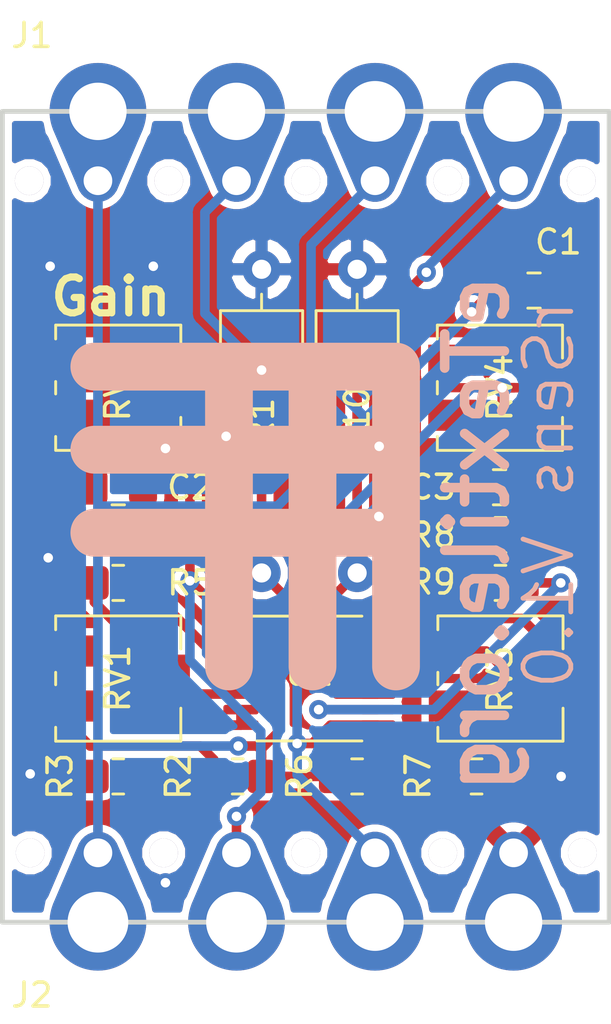
<source format=kicad_pcb>
(kicad_pcb (version 20171130) (host pcbnew 5.0.2+dfsg1-1)

  (general
    (thickness 1.2)
    (drawings 177)
    (tracks 169)
    (zones 0)
    (modules 20)
    (nets 21)
  )

  (page A4)
  (title_block
    (title rSens)
    (date 2021-03-04)
    (rev 1.0)
    (company www.eTextile.org)
    (comment 1 "E-textile resistive sensors signal conditioning")
  )

  (layers
    (0 F.Cu signal)
    (31 B.Cu signal)
    (33 F.Adhes user)
    (34 B.Paste user)
    (35 F.Paste user)
    (36 B.SilkS user)
    (37 F.SilkS user)
    (38 B.Mask user)
    (39 F.Mask user)
    (40 Dwgs.User user)
    (41 Cmts.User user)
    (42 Eco1.User user)
    (43 Eco2.User user)
    (44 Edge.Cuts user)
    (45 Margin user)
    (46 B.CrtYd user)
    (47 F.CrtYd user)
    (49 F.Fab user)
  )

  (setup
    (last_trace_width 0.4)
    (trace_clearance 0.2)
    (zone_clearance 0.3)
    (zone_45_only no)
    (trace_min 0.2)
    (segment_width 2)
    (edge_width 0.2)
    (via_size 0.8)
    (via_drill 0.4)
    (via_min_size 0.4)
    (via_min_drill 0.3)
    (uvia_size 0.3)
    (uvia_drill 0.1)
    (uvias_allowed no)
    (uvia_min_size 0.2)
    (uvia_min_drill 0.1)
    (pcb_text_width 0.3)
    (pcb_text_size 1.5 1.5)
    (mod_edge_width 0.15)
    (mod_text_size 1 1)
    (mod_text_width 0.15)
    (pad_size 1.524 1.524)
    (pad_drill 0.762)
    (pad_to_mask_clearance 0.051)
    (solder_mask_min_width 0.25)
    (aux_axis_origin 0 0)
    (grid_origin 155.884 77.277)
    (visible_elements FFFFFF7F)
    (pcbplotparams
      (layerselection 0x2fffe_ffffffff)
      (usegerberextensions true)
      (usegerberattributes true)
      (usegerberadvancedattributes false)
      (creategerberjobfile false)
      (gerberprecision 5)
      (excludeedgelayer true)
      (linewidth 0.100000)
      (plotframeref false)
      (viasonmask false)
      (mode 1)
      (useauxorigin false)
      (hpglpennumber 1)
      (hpglpenspeed 20)
      (hpglpendiameter 15.000000)
      (psnegative false)
      (psa4output false)
      (plotreference true)
      (plotvalue true)
      (plotinvisibletext false)
      (padsonsilk false)
      (subtractmaskfromsilk false)
      (outputformat 1)
      (mirror false)
      (drillshape 0)
      (scaleselection 1)
      (outputdirectory "GERBER/"))
  )

  (net 0 "")
  (net 1 GND)
  (net 2 "Net-(RV1-Pad2)")
  (net 3 "Net-(R5-Pad2)")
  (net 4 VCC)
  (net 5 "Net-(R2-Pad2)")
  (net 6 "Net-(R3-Pad1)")
  (net 7 "Net-(R4-Pad1)")
  (net 8 "Net-(RV2-Pad3)")
  (net 9 "Net-(C2-Pad2)")
  (net 10 "Net-(C3-Pad2)")
  (net 11 SENSOR_INPUT_B)
  (net 12 "Net-(R7-Pad1)")
  (net 13 "Net-(R6-Pad2)")
  (net 14 SENSOR_INPUT_A)
  (net 15 VOLTAGE_OUTPUT_B)
  (net 16 "Net-(RV4-Pad3)")
  (net 17 "Net-(RV3-Pad2)")
  (net 18 VOLTAGE_OUTPUT_A)
  (net 19 "Net-(R8-Pad1)")
  (net 20 "Net-(R9-Pad2)")

  (net_class Default "Ceci est la Netclass par défaut."
    (clearance 0.2)
    (trace_width 0.4)
    (via_dia 0.8)
    (via_drill 0.4)
    (uvia_dia 0.3)
    (uvia_drill 0.1)
    (add_net GND)
    (add_net "Net-(C2-Pad2)")
    (add_net "Net-(C3-Pad2)")
    (add_net "Net-(R2-Pad2)")
    (add_net "Net-(R3-Pad1)")
    (add_net "Net-(R4-Pad1)")
    (add_net "Net-(R5-Pad2)")
    (add_net "Net-(R6-Pad2)")
    (add_net "Net-(R7-Pad1)")
    (add_net "Net-(R8-Pad1)")
    (add_net "Net-(R9-Pad2)")
    (add_net "Net-(RV1-Pad2)")
    (add_net "Net-(RV2-Pad3)")
    (add_net "Net-(RV3-Pad2)")
    (add_net "Net-(RV4-Pad3)")
    (add_net SENSOR_INPUT_A)
    (add_net SENSOR_INPUT_B)
    (add_net VCC)
    (add_net VOLTAGE_OUTPUT_A)
    (add_net VOLTAGE_OUTPUT_B)
  )

  (module rSens:rSens_Pad_1x04 (layer F.Cu) (tedit 604F26CB) (tstamp 6040F2BF)
    (at 143.184 111.186 180)
    (descr "Wire solder connection")
    (tags connector)
    (path /6036460C)
    (attr virtual)
    (fp_text reference J2 (at 11.462 -3.048) (layer F.SilkS)
      (effects (font (size 1 1) (thickness 0.15)))
    )
    (fp_text value Conn_01x04 (at 0 -3.429 180) (layer F.Fab)
      (effects (font (size 1 1) (thickness 0.15)))
    )
    (fp_poly (pts (xy -7.975 3.2625) (xy -6.8875 0.725) (xy -10.5125 0.725) (xy -9.425 3.2625)) (layer B.Paste) (width 0.15))
    (fp_poly (pts (xy -2.175 3.2625) (xy -1.0875 0.725) (xy -4.7125 0.725) (xy -3.625 3.2625)) (layer B.Paste) (width 0.15))
    (fp_poly (pts (xy 3.625 3.2625) (xy 4.7125 0.725) (xy 1.0875 0.725) (xy 2.175 3.2625)) (layer B.Paste) (width 0.15))
    (fp_poly (pts (xy -7.975 3.2625) (xy -6.8875 0.725) (xy -10.5125 0.725) (xy -9.425 3.2625)) (layer B.Cu) (width 0.15))
    (fp_poly (pts (xy -2.175 3.2625) (xy -1.0875 0.725) (xy -4.7125 0.725) (xy -3.625 3.2625)) (layer B.Cu) (width 0.15))
    (fp_poly (pts (xy 3.625 3.2625) (xy 4.7125 0.725) (xy 1.0875 0.725) (xy 2.175 3.2625)) (layer B.Cu) (width 0.15))
    (fp_poly (pts (xy 9.425 3.2625) (xy 10.5125 0.725) (xy 6.8875 0.725) (xy 7.975 3.2625)) (layer B.Cu) (width 0.15))
    (fp_line (start 12.298 3.916) (end -12.34 3.916) (layer F.CrtYd) (width 0.05))
    (fp_line (start 12.298 3.916) (end 12.298 -2.18) (layer F.CrtYd) (width 0.05))
    (fp_line (start -12.34 -2.175) (end -12.34 3.916) (layer F.CrtYd) (width 0.05))
    (fp_line (start -12.34 -2.18) (end 12.298 -2.18) (layer F.CrtYd) (width 0.05))
    (fp_text user %R (at 11.462 -3.048 180) (layer F.Fab)
      (effects (font (size 1 1) (thickness 0.15)))
    )
    (pad 5 thru_hole circle (at -11.578 2.9 180) (size 1.2 1.2) (drill 1.2) (layers *.Cu *.Mask))
    (pad 5 thru_hole circle (at 11.536 2.9 180) (size 1.2 1.2) (drill 1.2) (layers *.Cu *.Mask))
    (pad 5 thru_hole circle (at 5.948 2.9 180) (size 1.2 1.2) (drill 1.2) (layers *.Cu *.Mask))
    (pad 5 thru_hole circle (at -5.736 2.9 180) (size 1.2 1.2) (drill 1.2) (layers *.Cu *.Mask))
    (pad 5 thru_hole circle (at 0 2.9 180) (size 1.2 1.2) (drill 1.2) (layers *.Cu *.Mask))
    (pad 1 thru_hole oval (at -8.7 0 180) (size 4.05 4.05) (drill 2.4) (layers *.Cu *.Paste *.Mask)
      (net 1 GND))
    (pad 4 thru_hole oval (at 8.7 0 180) (size 4.05 4.05) (drill 2.54) (layers *.Cu *.Paste *.Mask)
      (net 4 VCC))
    (pad 3 thru_hole oval (at 2.9 0 180) (size 4.05 4.05) (drill 2.54) (layers *.Cu *.Paste *.Mask)
      (net 18 VOLTAGE_OUTPUT_A))
    (pad 2 thru_hole oval (at -2.9 0 180) (size 4.05 4.05) (drill 2.4) (layers *.Cu *.Paste *.Mask)
      (net 15 VOLTAGE_OUTPUT_B))
    (pad 1 thru_hole custom (at -8.7 2.9 180) (size 1.77 1.77) (drill 1.2) (layers *.Cu *.Paste *.Mask)
      (net 1 GND) (zone_connect 0)
      (options (clearance outline) (anchor circle))
      (primitives
        (gr_poly (pts
           (xy 0.725 0.3625) (xy 1.8125 -2.175) (xy -1.8125 -2.175) (xy -0.725 0.3625)) (width 0.15))
      ))
    (pad 2 thru_hole custom (at -2.9 2.9 180) (size 1.77 1.77) (drill 1.2) (layers *.Cu *.Paste *.Mask)
      (net 15 VOLTAGE_OUTPUT_B) (zone_connect 0)
      (options (clearance outline) (anchor circle))
      (primitives
        (gr_poly (pts
           (xy 0.725 0.3625) (xy 1.8125 -2.175) (xy -1.8125 -2.175) (xy -0.725 0.3625)) (width 0.15))
      ))
    (pad 3 thru_hole custom (at 2.9 2.9 180) (size 1.77 1.77) (drill 1.2) (layers *.Cu *.Paste *.Mask)
      (net 18 VOLTAGE_OUTPUT_A) (zone_connect 0)
      (options (clearance outline) (anchor circle))
      (primitives
        (gr_poly (pts
           (xy 0.725 0.3625) (xy 1.8125 -2.175) (xy -1.8125 -2.175) (xy -0.725 0.3625)) (width 0.15))
      ))
    (pad 4 thru_hole custom (at 8.7 2.9 180) (size 1.77 1.77) (drill 1.2) (layers *.Cu *.Paste *.Mask)
      (net 4 VCC) (zone_connect 0)
      (options (clearance outline) (anchor circle))
      (primitives
        (gr_poly (pts
           (xy 0.725 0.3625) (xy 1.8125 -2.175) (xy -1.8125 -2.175) (xy -0.725 0.3625)) (width 0.15))
      ))
  )

  (module rSens:rSens_Pad_1x04 (layer F.Cu) (tedit 604F26CB) (tstamp 6041A29D)
    (at 143.184 77.277)
    (descr "Wire solder connection")
    (tags connector)
    (path /6042322A)
    (attr virtual)
    (fp_text reference J1 (at -11.462 -3.175 180) (layer F.SilkS)
      (effects (font (size 1 1) (thickness 0.15)))
    )
    (fp_text value Conn_01x04 (at 0 -3.81) (layer F.Fab)
      (effects (font (size 1 1) (thickness 0.15)))
    )
    (fp_poly (pts (xy -7.975 3.2625) (xy -6.8875 0.725) (xy -10.5125 0.725) (xy -9.425 3.2625)) (layer B.Paste) (width 0.15))
    (fp_poly (pts (xy -2.175 3.2625) (xy -1.0875 0.725) (xy -4.7125 0.725) (xy -3.625 3.2625)) (layer B.Paste) (width 0.15))
    (fp_poly (pts (xy 3.625 3.2625) (xy 4.7125 0.725) (xy 1.0875 0.725) (xy 2.175 3.2625)) (layer B.Paste) (width 0.15))
    (fp_poly (pts (xy -7.975 3.2625) (xy -6.8875 0.725) (xy -10.5125 0.725) (xy -9.425 3.2625)) (layer B.Cu) (width 0.15))
    (fp_poly (pts (xy -2.175 3.2625) (xy -1.0875 0.725) (xy -4.7125 0.725) (xy -3.625 3.2625)) (layer B.Cu) (width 0.15))
    (fp_poly (pts (xy 3.625 3.2625) (xy 4.7125 0.725) (xy 1.0875 0.725) (xy 2.175 3.2625)) (layer B.Cu) (width 0.15))
    (fp_poly (pts (xy 9.425 3.2625) (xy 10.5125 0.725) (xy 6.8875 0.725) (xy 7.975 3.2625)) (layer B.Cu) (width 0.15))
    (fp_line (start 12.298 3.916) (end -12.34 3.916) (layer F.CrtYd) (width 0.05))
    (fp_line (start 12.298 3.916) (end 12.298 -2.18) (layer F.CrtYd) (width 0.05))
    (fp_line (start -12.34 -2.175) (end -12.34 3.916) (layer F.CrtYd) (width 0.05))
    (fp_line (start -12.34 -2.18) (end 12.298 -2.18) (layer F.CrtYd) (width 0.05))
    (fp_text user %R (at 11.462 -3.048) (layer F.Fab)
      (effects (font (size 1 1) (thickness 0.15)))
    )
    (pad 5 thru_hole circle (at -11.578 2.9) (size 1.2 1.2) (drill 1.2) (layers *.Cu *.Mask))
    (pad 5 thru_hole circle (at 11.536 2.9) (size 1.2 1.2) (drill 1.2) (layers *.Cu *.Mask))
    (pad 5 thru_hole circle (at 5.948 2.9) (size 1.2 1.2) (drill 1.2) (layers *.Cu *.Mask))
    (pad 5 thru_hole circle (at -5.736 2.9) (size 1.2 1.2) (drill 1.2) (layers *.Cu *.Mask))
    (pad 5 thru_hole circle (at 0 2.9) (size 1.2 1.2) (drill 1.2) (layers *.Cu *.Mask))
    (pad 1 thru_hole oval (at -8.7 0) (size 4.05 4.05) (drill 2.4) (layers *.Cu *.Paste *.Mask)
      (net 4 VCC))
    (pad 4 thru_hole oval (at 8.7 0) (size 4.05 4.05) (drill 2.54) (layers *.Cu *.Paste *.Mask)
      (net 11 SENSOR_INPUT_B))
    (pad 3 thru_hole oval (at 2.9 0) (size 4.05 4.05) (drill 2.54) (layers *.Cu *.Paste *.Mask)
      (net 4 VCC))
    (pad 2 thru_hole oval (at -2.9 0) (size 4.05 4.05) (drill 2.4) (layers *.Cu *.Paste *.Mask)
      (net 14 SENSOR_INPUT_A))
    (pad 1 thru_hole custom (at -8.7 2.9) (size 1.77 1.77) (drill 1.2) (layers *.Cu *.Paste *.Mask)
      (net 4 VCC) (zone_connect 0)
      (options (clearance outline) (anchor circle))
      (primitives
        (gr_poly (pts
           (xy 0.725 0.3625) (xy 1.8125 -2.175) (xy -1.8125 -2.175) (xy -0.725 0.3625)) (width 0.15))
      ))
    (pad 2 thru_hole custom (at -2.9 2.9) (size 1.77 1.77) (drill 1.2) (layers *.Cu *.Paste *.Mask)
      (net 14 SENSOR_INPUT_A) (zone_connect 0)
      (options (clearance outline) (anchor circle))
      (primitives
        (gr_poly (pts
           (xy 0.725 0.3625) (xy 1.8125 -2.175) (xy -1.8125 -2.175) (xy -0.725 0.3625)) (width 0.15))
      ))
    (pad 3 thru_hole custom (at 2.9 2.9) (size 1.77 1.77) (drill 1.2) (layers *.Cu *.Paste *.Mask)
      (net 4 VCC) (zone_connect 0)
      (options (clearance outline) (anchor circle))
      (primitives
        (gr_poly (pts
           (xy 0.725 0.3625) (xy 1.8125 -2.175) (xy -1.8125 -2.175) (xy -0.725 0.3625)) (width 0.15))
      ))
    (pad 4 thru_hole custom (at 8.7 2.9) (size 1.77 1.77) (drill 1.2) (layers *.Cu *.Paste *.Mask)
      (net 11 SENSOR_INPUT_B) (zone_connect 0)
      (options (clearance outline) (anchor circle))
      (primitives
        (gr_poly (pts
           (xy 0.725 0.3625) (xy 1.8125 -2.175) (xy -1.8125 -2.175) (xy -0.725 0.3625)) (width 0.15))
      ))
  )

  (module Resistor_SMD:R_0805_2012Metric_Pad1.20x1.40mm_HandSolder (layer F.Cu) (tedit 5F68FEEE) (tstamp 602FF3CA)
    (at 145.334 105.09)
    (descr "Resistor SMD 0805 (2012 Metric), square (rectangular) end terminal, IPC_7351 nominal with elongated pad for handsoldering. (Body size source: IPC-SM-782 page 72, https://www.pcb-3d.com/wordpress/wp-content/uploads/ipc-sm-782a_amendment_1_and_2.pdf), generated with kicad-footprint-generator")
    (tags "resistor handsolder")
    (path /5F68D6D2)
    (attr smd)
    (fp_text reference R6 (at -2.404 0 90) (layer F.SilkS)
      (effects (font (size 1 1) (thickness 0.15)))
    )
    (fp_text value 10K (at 0 -1) (layer F.Fab)
      (effects (font (size 1 1) (thickness 0.15)))
    )
    (fp_line (start -1 0.625) (end -1 -0.625) (layer F.Fab) (width 0.1))
    (fp_line (start -1 -0.625) (end 1 -0.625) (layer F.Fab) (width 0.1))
    (fp_line (start 1 -0.625) (end 1 0.625) (layer F.Fab) (width 0.1))
    (fp_line (start 1 0.625) (end -1 0.625) (layer F.Fab) (width 0.1))
    (fp_line (start -0.227064 -0.735) (end 0.227064 -0.735) (layer F.SilkS) (width 0.12))
    (fp_line (start -0.227064 0.735) (end 0.227064 0.735) (layer F.SilkS) (width 0.12))
    (fp_line (start -1.85 0.95) (end -1.85 -0.95) (layer F.CrtYd) (width 0.05))
    (fp_line (start -1.85 -0.95) (end 1.85 -0.95) (layer F.CrtYd) (width 0.05))
    (fp_line (start 1.85 -0.95) (end 1.85 0.95) (layer F.CrtYd) (width 0.05))
    (fp_line (start 1.85 0.95) (end -1.85 0.95) (layer F.CrtYd) (width 0.05))
    (fp_text user %R (at 0 0) (layer F.Fab)
      (effects (font (size 0.5 0.5) (thickness 0.08)))
    )
    (pad 1 smd roundrect (at -1 0) (size 1.2 1.4) (layers F.Cu F.Paste F.Mask) (roundrect_rratio 0.208333)
      (net 4 VCC))
    (pad 2 smd roundrect (at 1 0) (size 1.2 1.4) (layers F.Cu F.Paste F.Mask) (roundrect_rratio 0.208333)
      (net 13 "Net-(R6-Pad2)"))
    (model ${KISYS3DMOD}/Resistor_SMD.3dshapes/R_0805_2012Metric.wrl
      (at (xyz 0 0 0))
      (scale (xyz 1 1 1))
      (rotate (xyz 0 0 0))
    )
  )

  (module Resistor_SMD:R_0805_2012Metric_Pad1.20x1.40mm_HandSolder (layer F.Cu) (tedit 60300153) (tstamp 602FF39A)
    (at 151.334 94.996)
    (descr "Resistor SMD 0805 (2012 Metric), square (rectangular) end terminal, IPC_7351 nominal with elongated pad for handsoldering. (Body size source: IPC-SM-782 page 72, https://www.pcb-3d.com/wordpress/wp-content/uploads/ipc-sm-782a_amendment_1_and_2.pdf), generated with kicad-footprint-generator")
    (tags "resistor handsolder")
    (path /5F68D6B9)
    (attr smd)
    (fp_text reference R8 (at -2.848 0) (layer F.SilkS)
      (effects (font (size 1 1) (thickness 0.15)))
    )
    (fp_text value 10K (at 0 1.65) (layer F.Fab)
      (effects (font (size 1 1) (thickness 0.15)))
    )
    (fp_text user %R (at 0 0) (layer F.Fab)
      (effects (font (size 0.5 0.5) (thickness 0.08)))
    )
    (fp_line (start 1.85 0.95) (end -1.85 0.95) (layer F.CrtYd) (width 0.05))
    (fp_line (start 1.85 -0.95) (end 1.85 0.95) (layer F.CrtYd) (width 0.05))
    (fp_line (start -1.85 -0.95) (end 1.85 -0.95) (layer F.CrtYd) (width 0.05))
    (fp_line (start -1.85 0.95) (end -1.85 -0.95) (layer F.CrtYd) (width 0.05))
    (fp_line (start -0.227064 0.735) (end 0.227064 0.735) (layer F.SilkS) (width 0.12))
    (fp_line (start -0.227064 -0.735) (end 0.227064 -0.735) (layer F.SilkS) (width 0.12))
    (fp_line (start 1 0.625) (end -1 0.625) (layer F.Fab) (width 0.1))
    (fp_line (start 1 -0.625) (end 1 0.625) (layer F.Fab) (width 0.1))
    (fp_line (start -1 -0.625) (end 1 -0.625) (layer F.Fab) (width 0.1))
    (fp_line (start -1 0.625) (end -1 -0.625) (layer F.Fab) (width 0.1))
    (pad 2 smd roundrect (at 1 0) (size 1.2 1.4) (layers F.Cu F.Paste F.Mask) (roundrect_rratio 0.208333)
      (net 10 "Net-(C3-Pad2)"))
    (pad 1 smd roundrect (at -1 0) (size 1.2 1.4) (layers F.Cu F.Paste F.Mask) (roundrect_rratio 0.208333)
      (net 19 "Net-(R8-Pad1)"))
    (model ${KISYS3DMOD}/Resistor_SMD.3dshapes/R_0805_2012Metric.wrl
      (at (xyz 0 0 0))
      (scale (xyz 1 1 1))
      (rotate (xyz 0 0 0))
    )
  )

  (module Resistor_SMD:R_0805_2012Metric_Pad1.20x1.40mm_HandSolder (layer F.Cu) (tedit 6030015F) (tstamp 602FF38A)
    (at 151.334 96.996 180)
    (descr "Resistor SMD 0805 (2012 Metric), square (rectangular) end terminal, IPC_7351 nominal with elongated pad for handsoldering. (Body size source: IPC-SM-782 page 72, https://www.pcb-3d.com/wordpress/wp-content/uploads/ipc-sm-782a_amendment_1_and_2.pdf), generated with kicad-footprint-generator")
    (tags "resistor handsolder")
    (path /5F68D6AA)
    (attr smd)
    (fp_text reference R9 (at 2.848 0.034 180) (layer F.SilkS)
      (effects (font (size 1 1) (thickness 0.15)))
    )
    (fp_text value 10K (at 0 1.65 180) (layer F.Fab)
      (effects (font (size 1 1) (thickness 0.15)))
    )
    (fp_line (start -1 0.625) (end -1 -0.625) (layer F.Fab) (width 0.1))
    (fp_line (start -1 -0.625) (end 1 -0.625) (layer F.Fab) (width 0.1))
    (fp_line (start 1 -0.625) (end 1 0.625) (layer F.Fab) (width 0.1))
    (fp_line (start 1 0.625) (end -1 0.625) (layer F.Fab) (width 0.1))
    (fp_line (start -0.227064 -0.735) (end 0.227064 -0.735) (layer F.SilkS) (width 0.12))
    (fp_line (start -0.227064 0.735) (end 0.227064 0.735) (layer F.SilkS) (width 0.12))
    (fp_line (start -1.85 0.95) (end -1.85 -0.95) (layer F.CrtYd) (width 0.05))
    (fp_line (start -1.85 -0.95) (end 1.85 -0.95) (layer F.CrtYd) (width 0.05))
    (fp_line (start 1.85 -0.95) (end 1.85 0.95) (layer F.CrtYd) (width 0.05))
    (fp_line (start 1.85 0.95) (end -1.85 0.95) (layer F.CrtYd) (width 0.05))
    (fp_text user %R (at 0 0 180) (layer F.Fab)
      (effects (font (size 0.5 0.5) (thickness 0.08)))
    )
    (pad 1 smd roundrect (at -1 0 180) (size 1.2 1.4) (layers F.Cu F.Paste F.Mask) (roundrect_rratio 0.208333)
      (net 10 "Net-(C3-Pad2)"))
    (pad 2 smd roundrect (at 1 0 180) (size 1.2 1.4) (layers F.Cu F.Paste F.Mask) (roundrect_rratio 0.208333)
      (net 20 "Net-(R9-Pad2)"))
    (model ${KISYS3DMOD}/Resistor_SMD.3dshapes/R_0805_2012Metric.wrl
      (at (xyz 0 0 0))
      (scale (xyz 1 1 1))
      (rotate (xyz 0 0 0))
    )
  )

  (module Resistor_THT:R_Axial_DIN0309_L9.0mm_D3.2mm_P12.70mm_Horizontal (layer F.Cu) (tedit 6030022B) (tstamp 602FF348)
    (at 145.334 96.581 90)
    (descr "Resistor, Axial_DIN0309 series, Axial, Horizontal, pin pitch=12.7mm, 0.5W = 1/2W, length*diameter=9*3.2mm^2, http://cdn-reichelt.de/documents/datenblatt/B400/1_4W%23YAG.pdf")
    (tags "Resistor Axial_DIN0309 series Axial Horizontal pin pitch 12.7mm 0.5W = 1/2W length 9mm diameter 3.2mm")
    (path /5F68D6E1)
    (fp_text reference R10 (at 6.35 0 90) (layer F.SilkS)
      (effects (font (size 1 1) (thickness 0.15)))
    )
    (fp_text value 10K (at 9 0 90) (layer F.Fab)
      (effects (font (size 1 1) (thickness 0.15)))
    )
    (fp_line (start 1.85 -1.6) (end 1.85 1.6) (layer F.Fab) (width 0.1))
    (fp_line (start 1.85 1.6) (end 10.85 1.6) (layer F.Fab) (width 0.1))
    (fp_line (start 10.85 1.6) (end 10.85 -1.6) (layer F.Fab) (width 0.1))
    (fp_line (start 10.85 -1.6) (end 1.85 -1.6) (layer F.Fab) (width 0.1))
    (fp_line (start 0 0) (end 1.85 0) (layer F.Fab) (width 0.1))
    (fp_line (start 12.7 0) (end 10.85 0) (layer F.Fab) (width 0.1))
    (fp_line (start 1.73 -1.72) (end 1.73 1.72) (layer F.SilkS) (width 0.12))
    (fp_line (start 1.73 1.72) (end 10.97 1.72) (layer F.SilkS) (width 0.12))
    (fp_line (start 10.97 1.72) (end 10.97 -1.72) (layer F.SilkS) (width 0.12))
    (fp_line (start 10.97 -1.72) (end 1.73 -1.72) (layer F.SilkS) (width 0.12))
    (fp_line (start 1.04 0) (end 1.73 0) (layer F.SilkS) (width 0.12))
    (fp_line (start 11.66 0) (end 10.97 0) (layer F.SilkS) (width 0.12))
    (fp_line (start -1.05 -1.85) (end -1.05 1.85) (layer F.CrtYd) (width 0.05))
    (fp_line (start -1.05 1.85) (end 13.75 1.85) (layer F.CrtYd) (width 0.05))
    (fp_line (start 13.75 1.85) (end 13.75 -1.85) (layer F.CrtYd) (width 0.05))
    (fp_line (start 13.75 -1.85) (end -1.05 -1.85) (layer F.CrtYd) (width 0.05))
    (fp_text user %R (at 6.35 0 90) (layer F.Fab)
      (effects (font (size 1 1) (thickness 0.15)))
    )
    (pad 1 thru_hole circle (at 0 0 90) (size 1.6 1.6) (drill 0.8) (layers *.Cu *.Mask)
      (net 11 SENSOR_INPUT_B))
    (pad 2 thru_hole oval (at 12.7 0 90) (size 1.6 1.6) (drill 0.8) (layers *.Cu *.Mask)
      (net 1 GND))
    (model ${KISYS3DMOD}/Resistor_THT.3dshapes/R_Axial_DIN0309_L9.0mm_D3.2mm_P12.70mm_Horizontal.wrl
      (at (xyz 0 0 0))
      (scale (xyz 1 1 1))
      (rotate (xyz 0 0 0))
    )
  )

  (module Resistor_THT:R_Axial_DIN0309_L9.0mm_D3.2mm_P12.70mm_Horizontal (layer F.Cu) (tedit 6040FA22) (tstamp 60308284)
    (at 141.334 96.581 90)
    (descr "Resistor, Axial_DIN0309 series, Axial, Horizontal, pin pitch=12.7mm, 0.5W = 1/2W, length*diameter=9*3.2mm^2, http://cdn-reichelt.de/documents/datenblatt/B400/1_4W%23YAG.pdf")
    (tags "Resistor Axial_DIN0309 series Axial Horizontal pin pitch 12.7mm 0.5W = 1/2W length 9mm diameter 3.2mm")
    (path /5F7004A5)
    (fp_text reference R1 (at 6.35 0 90) (layer F.SilkS)
      (effects (font (size 1 1) (thickness 0.15)))
    )
    (fp_text value 10K (at 9 0 90) (layer F.Fab)
      (effects (font (size 1 1) (thickness 0.15)))
    )
    (fp_line (start 1.85 -1.6) (end 1.85 1.6) (layer F.Fab) (width 0.1))
    (fp_line (start 1.85 1.6) (end 10.85 1.6) (layer F.Fab) (width 0.1))
    (fp_line (start 10.85 1.6) (end 10.85 -1.6) (layer F.Fab) (width 0.1))
    (fp_line (start 10.85 -1.6) (end 1.85 -1.6) (layer F.Fab) (width 0.1))
    (fp_line (start 0 0) (end 1.85 0) (layer F.Fab) (width 0.1))
    (fp_line (start 12.7 0) (end 10.85 0) (layer F.Fab) (width 0.1))
    (fp_line (start 1.73 -1.72) (end 1.73 1.72) (layer F.SilkS) (width 0.12))
    (fp_line (start 1.73 1.72) (end 10.97 1.72) (layer F.SilkS) (width 0.12))
    (fp_line (start 10.97 1.72) (end 10.97 -1.72) (layer F.SilkS) (width 0.12))
    (fp_line (start 10.97 -1.72) (end 1.73 -1.72) (layer F.SilkS) (width 0.12))
    (fp_line (start 1.04 0) (end 1.73 0) (layer F.SilkS) (width 0.12))
    (fp_line (start 11.66 0) (end 10.97 0) (layer F.SilkS) (width 0.12))
    (fp_line (start -1.05 -1.85) (end -1.05 1.85) (layer F.CrtYd) (width 0.05))
    (fp_line (start -1.05 1.85) (end 13.75 1.85) (layer F.CrtYd) (width 0.05))
    (fp_line (start 13.75 1.85) (end 13.75 -1.85) (layer F.CrtYd) (width 0.05))
    (fp_line (start 13.75 -1.85) (end -1.05 -1.85) (layer F.CrtYd) (width 0.05))
    (fp_text user %R (at 6.35 0 90) (layer F.Fab)
      (effects (font (size 1 1) (thickness 0.15)))
    )
    (pad 1 thru_hole circle (at 0 0 90) (size 1.6 1.6) (drill 0.8) (layers *.Cu *.Mask)
      (net 14 SENSOR_INPUT_A))
    (pad 2 thru_hole oval (at 12.7 0 90) (size 1.6 1.6) (drill 0.8) (layers *.Cu *.Mask)
      (net 1 GND))
    (model ${KISYS3DMOD}/Resistor_THT.3dshapes/R_Axial_DIN0309_L9.0mm_D3.2mm_P12.70mm_Horizontal.wrl
      (at (xyz 0 0 0))
      (scale (xyz 1 1 1))
      (rotate (xyz 0 0 0))
    )
  )

  (module Resistor_SMD:R_0805_2012Metric_Pad1.20x1.40mm_HandSolder (layer F.Cu) (tedit 6040F1FF) (tstamp 603030E3)
    (at 150.334 105.09 180)
    (descr "Resistor SMD 0805 (2012 Metric), square (rectangular) end terminal, IPC_7351 nominal with elongated pad for handsoldering. (Body size source: IPC-SM-782 page 72, https://www.pcb-3d.com/wordpress/wp-content/uploads/ipc-sm-782a_amendment_1_and_2.pdf), generated with kicad-footprint-generator")
    (tags "resistor handsolder")
    (path /5F68D6D9)
    (attr smd)
    (fp_text reference R7 (at 2.451 0 270) (layer F.SilkS)
      (effects (font (size 1 1) (thickness 0.15)))
    )
    (fp_text value 10K (at 0 1.65 180) (layer F.Fab)
      (effects (font (size 1 1) (thickness 0.15)))
    )
    (fp_line (start -1 0.625) (end -1 -0.625) (layer F.Fab) (width 0.1))
    (fp_line (start -1 -0.625) (end 1 -0.625) (layer F.Fab) (width 0.1))
    (fp_line (start 1 -0.625) (end 1 0.625) (layer F.Fab) (width 0.1))
    (fp_line (start 1 0.625) (end -1 0.625) (layer F.Fab) (width 0.1))
    (fp_line (start -0.227064 -0.735) (end 0.227064 -0.735) (layer F.SilkS) (width 0.12))
    (fp_line (start -0.227064 0.735) (end 0.227064 0.735) (layer F.SilkS) (width 0.12))
    (fp_line (start -1.85 0.95) (end -1.85 -0.95) (layer F.CrtYd) (width 0.05))
    (fp_line (start -1.85 -0.95) (end 1.85 -0.95) (layer F.CrtYd) (width 0.05))
    (fp_line (start 1.85 -0.95) (end 1.85 0.95) (layer F.CrtYd) (width 0.05))
    (fp_line (start 1.85 0.95) (end -1.85 0.95) (layer F.CrtYd) (width 0.05))
    (fp_text user %R (at 0 0 180) (layer F.Fab)
      (effects (font (size 0.5 0.5) (thickness 0.08)))
    )
    (pad 1 smd roundrect (at -1 0 180) (size 1.2 1.4) (layers F.Cu F.Paste F.Mask) (roundrect_rratio 0.208333)
      (net 12 "Net-(R7-Pad1)"))
    (pad 2 smd roundrect (at 1 0 180) (size 1.2 1.4) (layers F.Cu F.Paste F.Mask) (roundrect_rratio 0.208333)
      (net 1 GND))
    (model ${KISYS3DMOD}/Resistor_SMD.3dshapes/R_0805_2012Metric.wrl
      (at (xyz 0 0 0))
      (scale (xyz 1 1 1))
      (rotate (xyz 0 0 0))
    )
  )

  (module Capacitor_SMD:C_0805_2012Metric_Pad1.18x1.45mm_HandSolder (layer F.Cu) (tedit 5F68FEEF) (tstamp 60300053)
    (at 135.334 92.996)
    (descr "Capacitor SMD 0805 (2012 Metric), square (rectangular) end terminal, IPC_7351 nominal with elongated pad for handsoldering. (Body size source: IPC-SM-782 page 76, https://www.pcb-3d.com/wordpress/wp-content/uploads/ipc-sm-782a_amendment_1_and_2.pdf, https://docs.google.com/spreadsheets/d/1BsfQQcO9C6DZCsRaXUlFlo91Tg2WpOkGARC1WS5S8t0/edit?usp=sharing), generated with kicad-footprint-generator")
    (tags "capacitor handsolder")
    (path /5F62144A)
    (attr smd)
    (fp_text reference C2 (at 3.024 0) (layer F.SilkS)
      (effects (font (size 1 1) (thickness 0.15)))
    )
    (fp_text value 100N (at 3.405 0) (layer F.Fab)
      (effects (font (size 1 1) (thickness 0.15)))
    )
    (fp_text user %R (at 0 0) (layer F.Fab)
      (effects (font (size 0.5 0.5) (thickness 0.08)))
    )
    (fp_line (start 1.88 0.98) (end -1.88 0.98) (layer F.CrtYd) (width 0.05))
    (fp_line (start 1.88 -0.98) (end 1.88 0.98) (layer F.CrtYd) (width 0.05))
    (fp_line (start -1.88 -0.98) (end 1.88 -0.98) (layer F.CrtYd) (width 0.05))
    (fp_line (start -1.88 0.98) (end -1.88 -0.98) (layer F.CrtYd) (width 0.05))
    (fp_line (start -0.261252 0.735) (end 0.261252 0.735) (layer F.SilkS) (width 0.12))
    (fp_line (start -0.261252 -0.735) (end 0.261252 -0.735) (layer F.SilkS) (width 0.12))
    (fp_line (start 1 0.625) (end -1 0.625) (layer F.Fab) (width 0.1))
    (fp_line (start 1 -0.625) (end 1 0.625) (layer F.Fab) (width 0.1))
    (fp_line (start -1 -0.625) (end 1 -0.625) (layer F.Fab) (width 0.1))
    (fp_line (start -1 0.625) (end -1 -0.625) (layer F.Fab) (width 0.1))
    (pad 2 smd roundrect (at 1.0375 0) (size 1.175 1.45) (layers F.Cu F.Paste F.Mask) (roundrect_rratio 0.212766)
      (net 9 "Net-(C2-Pad2)"))
    (pad 1 smd roundrect (at -1.0375 0) (size 1.175 1.45) (layers F.Cu F.Paste F.Mask) (roundrect_rratio 0.212766)
      (net 18 VOLTAGE_OUTPUT_A))
    (model ${KISYS3DMOD}/Capacitor_SMD.3dshapes/C_0805_2012Metric.wrl
      (at (xyz 0 0 0))
      (scale (xyz 1 1 1))
      (rotate (xyz 0 0 0))
    )
  )

  (module Capacitor_SMD:C_0805_2012Metric_Pad1.18x1.45mm_HandSolder (layer F.Cu) (tedit 5F68FEEF) (tstamp 60300043)
    (at 151.2965 92.996)
    (descr "Capacitor SMD 0805 (2012 Metric), square (rectangular) end terminal, IPC_7351 nominal with elongated pad for handsoldering. (Body size source: IPC-SM-782 page 76, https://www.pcb-3d.com/wordpress/wp-content/uploads/ipc-sm-782a_amendment_1_and_2.pdf, https://docs.google.com/spreadsheets/d/1BsfQQcO9C6DZCsRaXUlFlo91Tg2WpOkGARC1WS5S8t0/edit?usp=sharing), generated with kicad-footprint-generator")
    (tags "capacitor handsolder")
    (path /5F68D700)
    (attr smd)
    (fp_text reference C3 (at -2.8105 0) (layer F.SilkS)
      (effects (font (size 1 1) (thickness 0.15)))
    )
    (fp_text value 100N (at 0 1.68) (layer F.Fab)
      (effects (font (size 1 1) (thickness 0.15)))
    )
    (fp_line (start -1 0.625) (end -1 -0.625) (layer F.Fab) (width 0.1))
    (fp_line (start -1 -0.625) (end 1 -0.625) (layer F.Fab) (width 0.1))
    (fp_line (start 1 -0.625) (end 1 0.625) (layer F.Fab) (width 0.1))
    (fp_line (start 1 0.625) (end -1 0.625) (layer F.Fab) (width 0.1))
    (fp_line (start -0.261252 -0.735) (end 0.261252 -0.735) (layer F.SilkS) (width 0.12))
    (fp_line (start -0.261252 0.735) (end 0.261252 0.735) (layer F.SilkS) (width 0.12))
    (fp_line (start -1.88 0.98) (end -1.88 -0.98) (layer F.CrtYd) (width 0.05))
    (fp_line (start -1.88 -0.98) (end 1.88 -0.98) (layer F.CrtYd) (width 0.05))
    (fp_line (start 1.88 -0.98) (end 1.88 0.98) (layer F.CrtYd) (width 0.05))
    (fp_line (start 1.88 0.98) (end -1.88 0.98) (layer F.CrtYd) (width 0.05))
    (fp_text user %R (at 0 0) (layer F.Fab)
      (effects (font (size 0.5 0.5) (thickness 0.08)))
    )
    (pad 1 smd roundrect (at -1.0375 0) (size 1.175 1.45) (layers F.Cu F.Paste F.Mask) (roundrect_rratio 0.212766)
      (net 15 VOLTAGE_OUTPUT_B))
    (pad 2 smd roundrect (at 1.0375 0) (size 1.175 1.45) (layers F.Cu F.Paste F.Mask) (roundrect_rratio 0.212766)
      (net 10 "Net-(C3-Pad2)"))
    (model ${KISYS3DMOD}/Capacitor_SMD.3dshapes/C_0805_2012Metric.wrl
      (at (xyz 0 0 0))
      (scale (xyz 1 1 1))
      (rotate (xyz 0 0 0))
    )
  )

  (module Capacitor_SMD:C_0805_2012Metric_Pad1.18x1.45mm_HandSolder (layer F.Cu) (tedit 5F68FEEF) (tstamp 602FF9A1)
    (at 152.74 84.77)
    (descr "Capacitor SMD 0805 (2012 Metric), square (rectangular) end terminal, IPC_7351 nominal with elongated pad for handsoldering. (Body size source: IPC-SM-782 page 76, https://www.pcb-3d.com/wordpress/wp-content/uploads/ipc-sm-782a_amendment_1_and_2.pdf, https://docs.google.com/spreadsheets/d/1BsfQQcO9C6DZCsRaXUlFlo91Tg2WpOkGARC1WS5S8t0/edit?usp=sharing), generated with kicad-footprint-generator")
    (tags "capacitor handsolder")
    (path /5F717555)
    (attr smd)
    (fp_text reference C1 (at 1.016 -2.032 180) (layer F.SilkS)
      (effects (font (size 1 1) (thickness 0.15)))
    )
    (fp_text value 100N (at 0 1.68) (layer F.Fab)
      (effects (font (size 1 1) (thickness 0.15)))
    )
    (fp_line (start -1 0.625) (end -1 -0.625) (layer F.Fab) (width 0.1))
    (fp_line (start -1 -0.625) (end 1 -0.625) (layer F.Fab) (width 0.1))
    (fp_line (start 1 -0.625) (end 1 0.625) (layer F.Fab) (width 0.1))
    (fp_line (start 1 0.625) (end -1 0.625) (layer F.Fab) (width 0.1))
    (fp_line (start -0.261252 -0.735) (end 0.261252 -0.735) (layer F.SilkS) (width 0.12))
    (fp_line (start -0.261252 0.735) (end 0.261252 0.735) (layer F.SilkS) (width 0.12))
    (fp_line (start -1.88 0.98) (end -1.88 -0.98) (layer F.CrtYd) (width 0.05))
    (fp_line (start -1.88 -0.98) (end 1.88 -0.98) (layer F.CrtYd) (width 0.05))
    (fp_line (start 1.88 -0.98) (end 1.88 0.98) (layer F.CrtYd) (width 0.05))
    (fp_line (start 1.88 0.98) (end -1.88 0.98) (layer F.CrtYd) (width 0.05))
    (fp_text user %R (at 0 0) (layer F.Fab)
      (effects (font (size 0.5 0.5) (thickness 0.08)))
    )
    (pad 1 smd roundrect (at -1.0375 0) (size 1.175 1.45) (layers F.Cu F.Paste F.Mask) (roundrect_rratio 0.212766)
      (net 4 VCC))
    (pad 2 smd roundrect (at 1.0375 0) (size 1.175 1.45) (layers F.Cu F.Paste F.Mask) (roundrect_rratio 0.212766)
      (net 1 GND))
    (model ${KISYS3DMOD}/Capacitor_SMD.3dshapes/C_0805_2012Metric.wrl
      (at (xyz 0 0 0))
      (scale (xyz 1 1 1))
      (rotate (xyz 0 0 0))
    )
  )

  (module Potentiometer_SMD:Potentiometer_Vishay_TS53YJ_Vertical (layer F.Cu) (tedit 5A3D7171) (tstamp 602FE561)
    (at 135.334 88.834 180)
    (descr "Potentiometer, vertical, Vishay TS53YJ, https://www.vishay.com/docs/51008/ts53.pdf")
    (tags "Potentiometer vertical Vishay TS53YJ")
    (path /5F6FCEBE)
    (attr smd)
    (fp_text reference RV2 (at 0.024 0 90) (layer F.SilkS)
      (effects (font (size 1 1) (thickness 0.15)))
    )
    (fp_text value 100K (at 4 1 270) (layer F.Fab)
      (effects (font (size 1 1) (thickness 0.15)))
    )
    (fp_circle (center 0 0) (end 1.15 0) (layer F.Fab) (width 0.1))
    (fp_line (start -2.5 -2.5) (end -2.5 2.5) (layer F.Fab) (width 0.1))
    (fp_line (start -2.5 2.5) (end 2.5 2.5) (layer F.Fab) (width 0.1))
    (fp_line (start 2.5 2.5) (end 2.5 -2.5) (layer F.Fab) (width 0.1))
    (fp_line (start 2.5 -2.5) (end -2.5 -2.5) (layer F.Fab) (width 0.1))
    (fp_line (start -0.92 -0.058) (end -0.058 -0.058) (layer F.Fab) (width 0.1))
    (fp_line (start -0.058 -0.058) (end -0.058 -0.92) (layer F.Fab) (width 0.1))
    (fp_line (start -0.058 -0.92) (end 0.058 -0.92) (layer F.Fab) (width 0.1))
    (fp_line (start 0.058 -0.92) (end 0.058 -0.058) (layer F.Fab) (width 0.1))
    (fp_line (start 0.058 -0.058) (end 0.92 -0.058) (layer F.Fab) (width 0.1))
    (fp_line (start 0.92 -0.058) (end 0.92 0.058) (layer F.Fab) (width 0.1))
    (fp_line (start 0.92 0.058) (end 0.058 0.058) (layer F.Fab) (width 0.1))
    (fp_line (start 0.058 0.058) (end 0.058 0.92) (layer F.Fab) (width 0.1))
    (fp_line (start 0.058 0.92) (end -0.058 0.92) (layer F.Fab) (width 0.1))
    (fp_line (start -0.058 0.92) (end -0.058 0.058) (layer F.Fab) (width 0.1))
    (fp_line (start -0.058 0.058) (end -0.92 0.058) (layer F.Fab) (width 0.1))
    (fp_line (start -0.92 0.058) (end -0.92 -0.058) (layer F.Fab) (width 0.1))
    (fp_line (start -2.62 -2.62) (end 2.62 -2.62) (layer F.SilkS) (width 0.12))
    (fp_line (start -2.62 2.62) (end 2.62 2.62) (layer F.SilkS) (width 0.12))
    (fp_line (start -2.62 -2.62) (end -2.62 -1.24) (layer F.SilkS) (width 0.12))
    (fp_line (start -2.62 1.24) (end -2.62 2.62) (layer F.SilkS) (width 0.12))
    (fp_line (start 2.62 -2.62) (end 2.62 -2.039) (layer F.SilkS) (width 0.12))
    (fp_line (start 2.62 -0.26) (end 2.62 0.26) (layer F.SilkS) (width 0.12))
    (fp_line (start 2.62 2.04) (end 2.62 2.62) (layer F.SilkS) (width 0.12))
    (fp_line (start -3.25 -2.75) (end -3.25 2.75) (layer F.CrtYd) (width 0.05))
    (fp_line (start -3.25 2.75) (end 3.25 2.75) (layer F.CrtYd) (width 0.05))
    (fp_line (start 3.25 2.75) (end 3.25 -2.75) (layer F.CrtYd) (width 0.05))
    (fp_line (start 3.25 -2.75) (end -3.25 -2.75) (layer F.CrtYd) (width 0.05))
    (fp_text user %R (at 0 -2 180) (layer F.Fab)
      (effects (font (size 0.68 0.68) (thickness 0.15)))
    )
    (pad 1 smd rect (at 2 -1.15 180) (size 2 1.3) (layers F.Cu F.Paste F.Mask)
      (net 7 "Net-(R4-Pad1)"))
    (pad 2 smd rect (at -2 0 180) (size 2 2) (layers F.Cu F.Paste F.Mask)
      (net 18 VOLTAGE_OUTPUT_A))
    (pad 3 smd rect (at 2 1.15 180) (size 2 1.3) (layers F.Cu F.Paste F.Mask)
      (net 8 "Net-(RV2-Pad3)"))
    (model ${KISYS3DMOD}/Potentiometer_SMD.3dshapes/Potentiometer_Vishay_TS53YJ_Vertical.wrl
      (at (xyz 0 0 0))
      (scale (xyz 1 1 1))
      (rotate (xyz 0 0 0))
    )
  )

  (module Potentiometer_SMD:Potentiometer_Vishay_TS53YJ_Vertical (layer F.Cu) (tedit 5A3D7171) (tstamp 602FDF78)
    (at 135.334 100.996 180)
    (descr "Potentiometer, vertical, Vishay TS53YJ, https://www.vishay.com/docs/51008/ts53.pdf")
    (tags "Potentiometer vertical Vishay TS53YJ")
    (path /5F6FE59C)
    (attr smd)
    (fp_text reference RV1 (at 0.024 0 90) (layer F.SilkS)
      (effects (font (size 1 1) (thickness 0.15)))
    )
    (fp_text value 100K (at 4 1 270) (layer F.Fab)
      (effects (font (size 1 1) (thickness 0.15)))
    )
    (fp_circle (center 0 0) (end 1.15 0) (layer F.Fab) (width 0.1))
    (fp_line (start -2.5 -2.5) (end -2.5 2.5) (layer F.Fab) (width 0.1))
    (fp_line (start -2.5 2.5) (end 2.5 2.5) (layer F.Fab) (width 0.1))
    (fp_line (start 2.5 2.5) (end 2.5 -2.5) (layer F.Fab) (width 0.1))
    (fp_line (start 2.5 -2.5) (end -2.5 -2.5) (layer F.Fab) (width 0.1))
    (fp_line (start -0.92 -0.058) (end -0.058 -0.058) (layer F.Fab) (width 0.1))
    (fp_line (start -0.058 -0.058) (end -0.058 -0.92) (layer F.Fab) (width 0.1))
    (fp_line (start -0.058 -0.92) (end 0.058 -0.92) (layer F.Fab) (width 0.1))
    (fp_line (start 0.058 -0.92) (end 0.058 -0.058) (layer F.Fab) (width 0.1))
    (fp_line (start 0.058 -0.058) (end 0.92 -0.058) (layer F.Fab) (width 0.1))
    (fp_line (start 0.92 -0.058) (end 0.92 0.058) (layer F.Fab) (width 0.1))
    (fp_line (start 0.92 0.058) (end 0.058 0.058) (layer F.Fab) (width 0.1))
    (fp_line (start 0.058 0.058) (end 0.058 0.92) (layer F.Fab) (width 0.1))
    (fp_line (start 0.058 0.92) (end -0.058 0.92) (layer F.Fab) (width 0.1))
    (fp_line (start -0.058 0.92) (end -0.058 0.058) (layer F.Fab) (width 0.1))
    (fp_line (start -0.058 0.058) (end -0.92 0.058) (layer F.Fab) (width 0.1))
    (fp_line (start -0.92 0.058) (end -0.92 -0.058) (layer F.Fab) (width 0.1))
    (fp_line (start -2.62 -2.62) (end 2.62 -2.62) (layer F.SilkS) (width 0.12))
    (fp_line (start -2.62 2.62) (end 2.62 2.62) (layer F.SilkS) (width 0.12))
    (fp_line (start -2.62 -2.62) (end -2.62 -1.24) (layer F.SilkS) (width 0.12))
    (fp_line (start -2.62 1.24) (end -2.62 2.62) (layer F.SilkS) (width 0.12))
    (fp_line (start 2.62 -2.62) (end 2.62 -2.039) (layer F.SilkS) (width 0.12))
    (fp_line (start 2.62 -0.26) (end 2.62 0.26) (layer F.SilkS) (width 0.12))
    (fp_line (start 2.62 2.04) (end 2.62 2.62) (layer F.SilkS) (width 0.12))
    (fp_line (start -3.25 -2.75) (end -3.25 2.75) (layer F.CrtYd) (width 0.05))
    (fp_line (start -3.25 2.75) (end 3.25 2.75) (layer F.CrtYd) (width 0.05))
    (fp_line (start 3.25 2.75) (end 3.25 -2.75) (layer F.CrtYd) (width 0.05))
    (fp_line (start 3.25 -2.75) (end -3.25 -2.75) (layer F.CrtYd) (width 0.05))
    (fp_text user %R (at 0 -2 180) (layer F.Fab)
      (effects (font (size 0.68 0.68) (thickness 0.15)))
    )
    (pad 1 smd rect (at 2 -1.15 180) (size 2 1.3) (layers F.Cu F.Paste F.Mask)
      (net 5 "Net-(R2-Pad2)"))
    (pad 2 smd rect (at -2 0 180) (size 2 2) (layers F.Cu F.Paste F.Mask)
      (net 2 "Net-(RV1-Pad2)"))
    (pad 3 smd rect (at 2 1.15 180) (size 2 1.3) (layers F.Cu F.Paste F.Mask)
      (net 6 "Net-(R3-Pad1)"))
    (model ${KISYS3DMOD}/Potentiometer_SMD.3dshapes/Potentiometer_Vishay_TS53YJ_Vertical.wrl
      (at (xyz 0 0 0))
      (scale (xyz 1 1 1))
      (rotate (xyz 0 0 0))
    )
  )

  (module Resistor_SMD:R_0805_2012Metric_Pad1.20x1.40mm_HandSolder (layer F.Cu) (tedit 5F68FEEE) (tstamp 602FBAA5)
    (at 135.334 96.996 180)
    (descr "Resistor SMD 0805 (2012 Metric), square (rectangular) end terminal, IPC_7351 nominal with elongated pad for handsoldering. (Body size source: IPC-SM-782 page 72, https://www.pcb-3d.com/wordpress/wp-content/uploads/ipc-sm-782a_amendment_1_and_2.pdf), generated with kicad-footprint-generator")
    (tags "resistor handsolder")
    (path /5F6FC9A8)
    (attr smd)
    (fp_text reference R5 (at -3.024 0 180) (layer F.SilkS)
      (effects (font (size 1 1) (thickness 0.15)))
    )
    (fp_text value 10K (at -3 0 180) (layer F.Fab)
      (effects (font (size 1 1) (thickness 0.15)))
    )
    (fp_text user %R (at 0 0 180) (layer F.Fab)
      (effects (font (size 0.5 0.5) (thickness 0.08)))
    )
    (fp_line (start 1.85 0.95) (end -1.85 0.95) (layer F.CrtYd) (width 0.05))
    (fp_line (start 1.85 -0.95) (end 1.85 0.95) (layer F.CrtYd) (width 0.05))
    (fp_line (start -1.85 -0.95) (end 1.85 -0.95) (layer F.CrtYd) (width 0.05))
    (fp_line (start -1.85 0.95) (end -1.85 -0.95) (layer F.CrtYd) (width 0.05))
    (fp_line (start -0.227064 0.735) (end 0.227064 0.735) (layer F.SilkS) (width 0.12))
    (fp_line (start -0.227064 -0.735) (end 0.227064 -0.735) (layer F.SilkS) (width 0.12))
    (fp_line (start 1 0.625) (end -1 0.625) (layer F.Fab) (width 0.1))
    (fp_line (start 1 -0.625) (end 1 0.625) (layer F.Fab) (width 0.1))
    (fp_line (start -1 -0.625) (end 1 -0.625) (layer F.Fab) (width 0.1))
    (fp_line (start -1 0.625) (end -1 -0.625) (layer F.Fab) (width 0.1))
    (pad 2 smd roundrect (at 1 0 180) (size 1.2 1.4) (layers F.Cu F.Paste F.Mask) (roundrect_rratio 0.208333)
      (net 3 "Net-(R5-Pad2)"))
    (pad 1 smd roundrect (at -1 0 180) (size 1.2 1.4) (layers F.Cu F.Paste F.Mask) (roundrect_rratio 0.208333)
      (net 9 "Net-(C2-Pad2)"))
    (model ${KISYS3DMOD}/Resistor_SMD.3dshapes/R_0805_2012Metric.wrl
      (at (xyz 0 0 0))
      (scale (xyz 1 1 1))
      (rotate (xyz 0 0 0))
    )
  )

  (module Resistor_SMD:R_0805_2012Metric_Pad1.20x1.40mm_HandSolder (layer F.Cu) (tedit 5F68FEEE) (tstamp 602FBA95)
    (at 135.334 94.996)
    (descr "Resistor SMD 0805 (2012 Metric), square (rectangular) end terminal, IPC_7351 nominal with elongated pad for handsoldering. (Body size source: IPC-SM-782 page 72, https://www.pcb-3d.com/wordpress/wp-content/uploads/ipc-sm-782a_amendment_1_and_2.pdf), generated with kicad-footprint-generator")
    (tags "resistor handsolder")
    (path /5F6FD28A)
    (attr smd)
    (fp_text reference R4 (at 3.024 0) (layer F.SilkS)
      (effects (font (size 1 1) (thickness 0.15)))
    )
    (fp_text value 10K (at 3 0) (layer F.Fab)
      (effects (font (size 1 1) (thickness 0.15)))
    )
    (fp_line (start -1 0.625) (end -1 -0.625) (layer F.Fab) (width 0.1))
    (fp_line (start -1 -0.625) (end 1 -0.625) (layer F.Fab) (width 0.1))
    (fp_line (start 1 -0.625) (end 1 0.625) (layer F.Fab) (width 0.1))
    (fp_line (start 1 0.625) (end -1 0.625) (layer F.Fab) (width 0.1))
    (fp_line (start -0.227064 -0.735) (end 0.227064 -0.735) (layer F.SilkS) (width 0.12))
    (fp_line (start -0.227064 0.735) (end 0.227064 0.735) (layer F.SilkS) (width 0.12))
    (fp_line (start -1.85 0.95) (end -1.85 -0.95) (layer F.CrtYd) (width 0.05))
    (fp_line (start -1.85 -0.95) (end 1.85 -0.95) (layer F.CrtYd) (width 0.05))
    (fp_line (start 1.85 -0.95) (end 1.85 0.95) (layer F.CrtYd) (width 0.05))
    (fp_line (start 1.85 0.95) (end -1.85 0.95) (layer F.CrtYd) (width 0.05))
    (fp_text user %R (at 0 0) (layer F.Fab)
      (effects (font (size 0.5 0.5) (thickness 0.08)))
    )
    (pad 1 smd roundrect (at -1 0) (size 1.2 1.4) (layers F.Cu F.Paste F.Mask) (roundrect_rratio 0.208333)
      (net 7 "Net-(R4-Pad1)"))
    (pad 2 smd roundrect (at 1 0) (size 1.2 1.4) (layers F.Cu F.Paste F.Mask) (roundrect_rratio 0.208333)
      (net 9 "Net-(C2-Pad2)"))
    (model ${KISYS3DMOD}/Resistor_SMD.3dshapes/R_0805_2012Metric.wrl
      (at (xyz 0 0 0))
      (scale (xyz 1 1 1))
      (rotate (xyz 0 0 0))
    )
  )

  (module Resistor_SMD:R_0805_2012Metric_Pad1.20x1.40mm_HandSolder (layer F.Cu) (tedit 5F68FEEE) (tstamp 602FBA85)
    (at 135.334 105.09)
    (descr "Resistor SMD 0805 (2012 Metric), square (rectangular) end terminal, IPC_7351 nominal with elongated pad for handsoldering. (Body size source: IPC-SM-782 page 72, https://www.pcb-3d.com/wordpress/wp-content/uploads/ipc-sm-782a_amendment_1_and_2.pdf), generated with kicad-footprint-generator")
    (tags "resistor handsolder")
    (path /5F6FEA34)
    (attr smd)
    (fp_text reference R3 (at -2.437 0 90) (layer F.SilkS)
      (effects (font (size 1 1) (thickness 0.15)))
    )
    (fp_text value 10K (at 3 0 180) (layer F.Fab)
      (effects (font (size 1 1) (thickness 0.15)))
    )
    (fp_text user %R (at 0 0) (layer F.Fab)
      (effects (font (size 0.5 0.5) (thickness 0.08)))
    )
    (fp_line (start 1.85 0.95) (end -1.85 0.95) (layer F.CrtYd) (width 0.05))
    (fp_line (start 1.85 -0.95) (end 1.85 0.95) (layer F.CrtYd) (width 0.05))
    (fp_line (start -1.85 -0.95) (end 1.85 -0.95) (layer F.CrtYd) (width 0.05))
    (fp_line (start -1.85 0.95) (end -1.85 -0.95) (layer F.CrtYd) (width 0.05))
    (fp_line (start -0.227064 0.735) (end 0.227064 0.735) (layer F.SilkS) (width 0.12))
    (fp_line (start -0.227064 -0.735) (end 0.227064 -0.735) (layer F.SilkS) (width 0.12))
    (fp_line (start 1 0.625) (end -1 0.625) (layer F.Fab) (width 0.1))
    (fp_line (start 1 -0.625) (end 1 0.625) (layer F.Fab) (width 0.1))
    (fp_line (start -1 -0.625) (end 1 -0.625) (layer F.Fab) (width 0.1))
    (fp_line (start -1 0.625) (end -1 -0.625) (layer F.Fab) (width 0.1))
    (pad 2 smd roundrect (at 1 0) (size 1.2 1.4) (layers F.Cu F.Paste F.Mask) (roundrect_rratio 0.208333)
      (net 1 GND))
    (pad 1 smd roundrect (at -1 0) (size 1.2 1.4) (layers F.Cu F.Paste F.Mask) (roundrect_rratio 0.208333)
      (net 6 "Net-(R3-Pad1)"))
    (model ${KISYS3DMOD}/Resistor_SMD.3dshapes/R_0805_2012Metric.wrl
      (at (xyz 0 0 0))
      (scale (xyz 1 1 1))
      (rotate (xyz 0 0 0))
    )
  )

  (module Resistor_SMD:R_0805_2012Metric_Pad1.20x1.40mm_HandSolder (layer F.Cu) (tedit 5F68FEEE) (tstamp 602FBA75)
    (at 140.334 105.09 180)
    (descr "Resistor SMD 0805 (2012 Metric), square (rectangular) end terminal, IPC_7351 nominal with elongated pad for handsoldering. (Body size source: IPC-SM-782 page 72, https://www.pcb-3d.com/wordpress/wp-content/uploads/ipc-sm-782a_amendment_1_and_2.pdf), generated with kicad-footprint-generator")
    (tags "resistor handsolder")
    (path /5F6FE8C5)
    (attr smd)
    (fp_text reference R2 (at 2.484 0 270) (layer F.SilkS)
      (effects (font (size 1 1) (thickness 0.15)))
    )
    (fp_text value 10K (at 4 0 180) (layer F.Fab)
      (effects (font (size 1 1) (thickness 0.15)))
    )
    (fp_line (start -1 0.625) (end -1 -0.625) (layer F.Fab) (width 0.1))
    (fp_line (start -1 -0.625) (end 1 -0.625) (layer F.Fab) (width 0.1))
    (fp_line (start 1 -0.625) (end 1 0.625) (layer F.Fab) (width 0.1))
    (fp_line (start 1 0.625) (end -1 0.625) (layer F.Fab) (width 0.1))
    (fp_line (start -0.227064 -0.735) (end 0.227064 -0.735) (layer F.SilkS) (width 0.12))
    (fp_line (start -0.227064 0.735) (end 0.227064 0.735) (layer F.SilkS) (width 0.12))
    (fp_line (start -1.85 0.95) (end -1.85 -0.95) (layer F.CrtYd) (width 0.05))
    (fp_line (start -1.85 -0.95) (end 1.85 -0.95) (layer F.CrtYd) (width 0.05))
    (fp_line (start 1.85 -0.95) (end 1.85 0.95) (layer F.CrtYd) (width 0.05))
    (fp_line (start 1.85 0.95) (end -1.85 0.95) (layer F.CrtYd) (width 0.05))
    (fp_text user %R (at 0 0 180) (layer F.Fab)
      (effects (font (size 0.5 0.5) (thickness 0.08)))
    )
    (pad 1 smd roundrect (at -1 0 180) (size 1.2 1.4) (layers F.Cu F.Paste F.Mask) (roundrect_rratio 0.208333)
      (net 4 VCC))
    (pad 2 smd roundrect (at 1 0 180) (size 1.2 1.4) (layers F.Cu F.Paste F.Mask) (roundrect_rratio 0.208333)
      (net 5 "Net-(R2-Pad2)"))
    (model ${KISYS3DMOD}/Resistor_SMD.3dshapes/R_0805_2012Metric.wrl
      (at (xyz 0 0 0))
      (scale (xyz 1 1 1))
      (rotate (xyz 0 0 0))
    )
  )

  (module Potentiometer_SMD:Potentiometer_Vishay_TS53YJ_Vertical (layer F.Cu) (tedit 5A3D7171) (tstamp 5F68EDBA)
    (at 151.334 100.996 180)
    (descr "Potentiometer, vertical, Vishay TS53YJ, https://www.vishay.com/docs/51008/ts53.pdf")
    (tags "Potentiometer vertical Vishay TS53YJ")
    (path /5F68D6CB)
    (attr smd)
    (fp_text reference RV3 (at 0.022 -0.03 270) (layer F.SilkS)
      (effects (font (size 1 1) (thickness 0.15)))
    )
    (fp_text value 100K (at 0 3.75 180) (layer F.Fab)
      (effects (font (size 1 1) (thickness 0.15)))
    )
    (fp_text user %R (at 0 -2 180) (layer F.Fab)
      (effects (font (size 0.68 0.68) (thickness 0.15)))
    )
    (fp_line (start 3.25 -2.75) (end -3.25 -2.75) (layer F.CrtYd) (width 0.05))
    (fp_line (start 3.25 2.75) (end 3.25 -2.75) (layer F.CrtYd) (width 0.05))
    (fp_line (start -3.25 2.75) (end 3.25 2.75) (layer F.CrtYd) (width 0.05))
    (fp_line (start -3.25 -2.75) (end -3.25 2.75) (layer F.CrtYd) (width 0.05))
    (fp_line (start 2.62 2.04) (end 2.62 2.62) (layer F.SilkS) (width 0.12))
    (fp_line (start 2.62 -0.26) (end 2.62 0.26) (layer F.SilkS) (width 0.12))
    (fp_line (start 2.62 -2.62) (end 2.62 -2.039) (layer F.SilkS) (width 0.12))
    (fp_line (start -2.62 1.24) (end -2.62 2.62) (layer F.SilkS) (width 0.12))
    (fp_line (start -2.62 -2.62) (end -2.62 -1.24) (layer F.SilkS) (width 0.12))
    (fp_line (start -2.62 2.62) (end 2.62 2.62) (layer F.SilkS) (width 0.12))
    (fp_line (start -2.62 -2.62) (end 2.62 -2.62) (layer F.SilkS) (width 0.12))
    (fp_line (start -0.92 0.058) (end -0.92 -0.058) (layer F.Fab) (width 0.1))
    (fp_line (start -0.058 0.058) (end -0.92 0.058) (layer F.Fab) (width 0.1))
    (fp_line (start -0.058 0.92) (end -0.058 0.058) (layer F.Fab) (width 0.1))
    (fp_line (start 0.058 0.92) (end -0.058 0.92) (layer F.Fab) (width 0.1))
    (fp_line (start 0.058 0.058) (end 0.058 0.92) (layer F.Fab) (width 0.1))
    (fp_line (start 0.92 0.058) (end 0.058 0.058) (layer F.Fab) (width 0.1))
    (fp_line (start 0.92 -0.058) (end 0.92 0.058) (layer F.Fab) (width 0.1))
    (fp_line (start 0.058 -0.058) (end 0.92 -0.058) (layer F.Fab) (width 0.1))
    (fp_line (start 0.058 -0.92) (end 0.058 -0.058) (layer F.Fab) (width 0.1))
    (fp_line (start -0.058 -0.92) (end 0.058 -0.92) (layer F.Fab) (width 0.1))
    (fp_line (start -0.058 -0.058) (end -0.058 -0.92) (layer F.Fab) (width 0.1))
    (fp_line (start -0.92 -0.058) (end -0.058 -0.058) (layer F.Fab) (width 0.1))
    (fp_line (start 2.5 -2.5) (end -2.5 -2.5) (layer F.Fab) (width 0.1))
    (fp_line (start 2.5 2.5) (end 2.5 -2.5) (layer F.Fab) (width 0.1))
    (fp_line (start -2.5 2.5) (end 2.5 2.5) (layer F.Fab) (width 0.1))
    (fp_line (start -2.5 -2.5) (end -2.5 2.5) (layer F.Fab) (width 0.1))
    (fp_circle (center 0 0) (end 1.15 0) (layer F.Fab) (width 0.1))
    (pad 3 smd rect (at 2 1.15 180) (size 2 1.3) (layers F.Cu F.Paste F.Mask)
      (net 12 "Net-(R7-Pad1)"))
    (pad 2 smd rect (at -2 0 180) (size 2 2) (layers F.Cu F.Paste F.Mask)
      (net 17 "Net-(RV3-Pad2)"))
    (pad 1 smd rect (at 2 -1.15 180) (size 2 1.3) (layers F.Cu F.Paste F.Mask)
      (net 13 "Net-(R6-Pad2)"))
    (model ${KISYS3DMOD}/Potentiometer_SMD.3dshapes/Potentiometer_Vishay_TS53YJ_Vertical.wrl
      (at (xyz 0 0 0))
      (scale (xyz 1 1 1))
      (rotate (xyz 0 0 0))
    )
  )

  (module Potentiometer_SMD:Potentiometer_Vishay_TS53YJ_Vertical (layer F.Cu) (tedit 5A3D7171) (tstamp 5F68ED96)
    (at 151.312 88.834 180)
    (descr "Potentiometer, vertical, Vishay TS53YJ, https://www.vishay.com/docs/51008/ts53.pdf")
    (tags "Potentiometer vertical Vishay TS53YJ")
    (path /5F68D6B1)
    (attr smd)
    (fp_text reference RV4 (at 0 0 270) (layer F.SilkS)
      (effects (font (size 1 1) (thickness 0.15)))
    )
    (fp_text value 100K (at 0 3.75 180) (layer F.Fab)
      (effects (font (size 1 1) (thickness 0.15)))
    )
    (fp_text user %R (at 0 -2 180) (layer F.Fab)
      (effects (font (size 0.68 0.68) (thickness 0.15)))
    )
    (fp_line (start 3.25 -2.75) (end -3.25 -2.75) (layer F.CrtYd) (width 0.05))
    (fp_line (start 3.25 2.75) (end 3.25 -2.75) (layer F.CrtYd) (width 0.05))
    (fp_line (start -3.25 2.75) (end 3.25 2.75) (layer F.CrtYd) (width 0.05))
    (fp_line (start -3.25 -2.75) (end -3.25 2.75) (layer F.CrtYd) (width 0.05))
    (fp_line (start 2.62 2.04) (end 2.62 2.62) (layer F.SilkS) (width 0.12))
    (fp_line (start 2.62 -0.26) (end 2.62 0.26) (layer F.SilkS) (width 0.12))
    (fp_line (start 2.62 -2.62) (end 2.62 -2.039) (layer F.SilkS) (width 0.12))
    (fp_line (start -2.62 1.24) (end -2.62 2.62) (layer F.SilkS) (width 0.12))
    (fp_line (start -2.62 -2.62) (end -2.62 -1.24) (layer F.SilkS) (width 0.12))
    (fp_line (start -2.62 2.62) (end 2.62 2.62) (layer F.SilkS) (width 0.12))
    (fp_line (start -2.62 -2.62) (end 2.62 -2.62) (layer F.SilkS) (width 0.12))
    (fp_line (start -0.92 0.058) (end -0.92 -0.058) (layer F.Fab) (width 0.1))
    (fp_line (start -0.058 0.058) (end -0.92 0.058) (layer F.Fab) (width 0.1))
    (fp_line (start -0.058 0.92) (end -0.058 0.058) (layer F.Fab) (width 0.1))
    (fp_line (start 0.058 0.92) (end -0.058 0.92) (layer F.Fab) (width 0.1))
    (fp_line (start 0.058 0.058) (end 0.058 0.92) (layer F.Fab) (width 0.1))
    (fp_line (start 0.92 0.058) (end 0.058 0.058) (layer F.Fab) (width 0.1))
    (fp_line (start 0.92 -0.058) (end 0.92 0.058) (layer F.Fab) (width 0.1))
    (fp_line (start 0.058 -0.058) (end 0.92 -0.058) (layer F.Fab) (width 0.1))
    (fp_line (start 0.058 -0.92) (end 0.058 -0.058) (layer F.Fab) (width 0.1))
    (fp_line (start -0.058 -0.92) (end 0.058 -0.92) (layer F.Fab) (width 0.1))
    (fp_line (start -0.058 -0.058) (end -0.058 -0.92) (layer F.Fab) (width 0.1))
    (fp_line (start -0.92 -0.058) (end -0.058 -0.058) (layer F.Fab) (width 0.1))
    (fp_line (start 2.5 -2.5) (end -2.5 -2.5) (layer F.Fab) (width 0.1))
    (fp_line (start 2.5 2.5) (end 2.5 -2.5) (layer F.Fab) (width 0.1))
    (fp_line (start -2.5 2.5) (end 2.5 2.5) (layer F.Fab) (width 0.1))
    (fp_line (start -2.5 -2.5) (end -2.5 2.5) (layer F.Fab) (width 0.1))
    (fp_circle (center 0 0) (end 1.15 0) (layer F.Fab) (width 0.1))
    (pad 3 smd rect (at 2 1.15 180) (size 2 1.3) (layers F.Cu F.Paste F.Mask)
      (net 16 "Net-(RV4-Pad3)"))
    (pad 2 smd rect (at -2 0 180) (size 2 2) (layers F.Cu F.Paste F.Mask)
      (net 15 VOLTAGE_OUTPUT_B))
    (pad 1 smd rect (at 2 -1.15 180) (size 2 1.3) (layers F.Cu F.Paste F.Mask)
      (net 19 "Net-(R8-Pad1)"))
    (model ${KISYS3DMOD}/Potentiometer_SMD.3dshapes/Potentiometer_Vishay_TS53YJ_Vertical.wrl
      (at (xyz 0 0 0))
      (scale (xyz 1 1 1))
      (rotate (xyz 0 0 0))
    )
  )

  (module Package_SO:TSSOP-14_4.4x5mm_P0.65mm (layer F.Cu) (tedit 5E476F32) (tstamp 5F68E425)
    (at 143.334 100.996)
    (descr "TSSOP, 14 Pin (JEDEC MO-153 Var AB-1 https://www.jedec.org/document_search?search_api_views_fulltext=MO-153), generated with kicad-footprint-generator ipc_gullwing_generator.py")
    (tags "TSSOP SO")
    (path /5F68709C)
    (attr smd)
    (fp_text reference U2 (at 0 -0.224) (layer F.SilkS)
      (effects (font (size 1 1) (thickness 0.15)))
    )
    (fp_text value MCP6244 (at 0 3.45) (layer F.Fab)
      (effects (font (size 1 1) (thickness 0.15)))
    )
    (fp_line (start 0 2.61) (end 2.2 2.61) (layer F.SilkS) (width 0.12))
    (fp_line (start 0 2.61) (end -2.2 2.61) (layer F.SilkS) (width 0.12))
    (fp_line (start 0 -2.61) (end 2.2 -2.61) (layer F.SilkS) (width 0.12))
    (fp_line (start 0 -2.61) (end -3.6 -2.61) (layer F.SilkS) (width 0.12))
    (fp_line (start -1.2 -2.5) (end 2.2 -2.5) (layer F.Fab) (width 0.1))
    (fp_line (start 2.2 -2.5) (end 2.2 2.5) (layer F.Fab) (width 0.1))
    (fp_line (start 2.2 2.5) (end -2.2 2.5) (layer F.Fab) (width 0.1))
    (fp_line (start -2.2 2.5) (end -2.2 -1.5) (layer F.Fab) (width 0.1))
    (fp_line (start -2.2 -1.5) (end -1.2 -2.5) (layer F.Fab) (width 0.1))
    (fp_line (start -3.85 -2.75) (end -3.85 2.75) (layer F.CrtYd) (width 0.05))
    (fp_line (start -3.85 2.75) (end 3.85 2.75) (layer F.CrtYd) (width 0.05))
    (fp_line (start 3.85 2.75) (end 3.85 -2.75) (layer F.CrtYd) (width 0.05))
    (fp_line (start 3.85 -2.75) (end -3.85 -2.75) (layer F.CrtYd) (width 0.05))
    (fp_text user %R (at 0 -0.224) (layer F.Fab)
      (effects (font (size 1 1) (thickness 0.15)))
    )
    (pad 1 smd roundrect (at -2.8625 -1.95) (size 1.475 0.4) (layers F.Cu F.Paste F.Mask) (roundrect_rratio 0.25)
      (net 18 VOLTAGE_OUTPUT_A))
    (pad 2 smd roundrect (at -2.8625 -1.3) (size 1.475 0.4) (layers F.Cu F.Paste F.Mask) (roundrect_rratio 0.25)
      (net 9 "Net-(C2-Pad2)"))
    (pad 3 smd roundrect (at -2.8625 -0.65) (size 1.475 0.4) (layers F.Cu F.Paste F.Mask) (roundrect_rratio 0.25)
      (net 14 SENSOR_INPUT_A))
    (pad 4 smd roundrect (at -2.8625 0) (size 1.475 0.4) (layers F.Cu F.Paste F.Mask) (roundrect_rratio 0.25)
      (net 4 VCC))
    (pad 5 smd roundrect (at -2.8625 0.65) (size 1.475 0.4) (layers F.Cu F.Paste F.Mask) (roundrect_rratio 0.25)
      (net 2 "Net-(RV1-Pad2)"))
    (pad 6 smd roundrect (at -2.8625 1.3) (size 1.475 0.4) (layers F.Cu F.Paste F.Mask) (roundrect_rratio 0.25)
      (net 3 "Net-(R5-Pad2)"))
    (pad 7 smd roundrect (at -2.8625 1.95) (size 1.475 0.4) (layers F.Cu F.Paste F.Mask) (roundrect_rratio 0.25)
      (net 3 "Net-(R5-Pad2)"))
    (pad 8 smd roundrect (at 2.8625 1.95) (size 1.475 0.4) (layers F.Cu F.Paste F.Mask) (roundrect_rratio 0.25)
      (net 15 VOLTAGE_OUTPUT_B))
    (pad 9 smd roundrect (at 2.8625 1.3) (size 1.475 0.4) (layers F.Cu F.Paste F.Mask) (roundrect_rratio 0.25)
      (net 10 "Net-(C3-Pad2)"))
    (pad 10 smd roundrect (at 2.8625 0.65) (size 1.475 0.4) (layers F.Cu F.Paste F.Mask) (roundrect_rratio 0.25)
      (net 11 SENSOR_INPUT_B))
    (pad 11 smd roundrect (at 2.8625 0) (size 1.475 0.4) (layers F.Cu F.Paste F.Mask) (roundrect_rratio 0.25)
      (net 1 GND))
    (pad 12 smd roundrect (at 2.8625 -0.65) (size 1.475 0.4) (layers F.Cu F.Paste F.Mask) (roundrect_rratio 0.25)
      (net 17 "Net-(RV3-Pad2)"))
    (pad 13 smd roundrect (at 2.8625 -1.3) (size 1.475 0.4) (layers F.Cu F.Paste F.Mask) (roundrect_rratio 0.25)
      (net 20 "Net-(R9-Pad2)"))
    (pad 14 smd roundrect (at 2.8625 -1.95) (size 1.475 0.4) (layers F.Cu F.Paste F.Mask) (roundrect_rratio 0.25)
      (net 20 "Net-(R9-Pad2)"))
    (model ${KISYS3DMOD}/Package_SO.3dshapes/TSSOP-14_4.4x5mm_P0.65mm.wrl
      (at (xyz 0 0 0))
      (scale (xyz 1 1 1))
      (rotate (xyz 0 0 0))
    )
  )

  (gr_text eTextile.org (at 150.364 94.976 90) (layer B.SilkS)
    (effects (font (size 2.5 2.5) (thickness 0.4)) (justify mirror))
  )
  (gr_text "rSens V1.0" (at 153.364 93.306 90) (layer B.SilkS)
    (effects (font (size 2 2) (thickness 0.2)) (justify mirror))
  )
  (gr_line (start 146.962498 100.489862) (end 146.962498 87.959871) (layer B.SilkS) (width 2))
  (gr_line (start 146.960505 87.952641) (end 134.333389 87.952641) (layer B.SilkS) (width 2))
  (gr_line (start 139.969328 100.489862) (end 139.969328 87.969871) (layer B.SilkS) (width 2))
  (gr_line (start 143.465915 100.489862) (end 143.465915 87.959871) (layer B.SilkS) (width 2))
  (gr_line (start 146.950505 91.426255) (end 134.333389 91.426255) (layer B.SilkS) (width 2))
  (gr_line (start 146.960505 94.899871) (end 134.333389 94.899871) (layer B.SilkS) (width 2))
  (gr_line (start 131.960939 105.752474) (end 131.960939 106.8059) (layer F.Mask) (width 0.2) (tstamp 6042C24A))
  (gr_line (start 132.672016 106.7386) (end 132.62187 106.8025) (layer F.Mask) (width 0.2))
  (gr_line (start 131.333724 106.8615) (end 131.277501 106.8025) (layer F.Mask) (width 0.2))
  (gr_line (start 154.23738 105.4526) (end 154.32644 105.4486) (layer F.Mask) (width 0.2))
  (gr_line (start 154.15089 105.4652) (end 154.23738 105.4526) (layer F.Mask) (width 0.2))
  (gr_line (start 132.803086 106.1068) (end 132.816287 106.1893) (layer F.Mask) (width 0.2))
  (gr_line (start 132.78162 106.0272) (end 132.803086 106.1068) (layer F.Mask) (width 0.2))
  (gr_line (start 131.183725 105.8783) (end 131.227358 105.8098) (layer F.Mask) (width 0.2))
  (gr_line (start 153.77235 105.638) (end 153.83941 105.5902) (layer F.Mask) (width 0.2))
  (gr_line (start 153.71049 105.6916) (end 153.77235 105.638) (layer F.Mask) (width 0.2))
  (gr_line (start 154.4155 105.4526) (end 154.50199 105.4652) (layer F.Mask) (width 0.2))
  (gr_line (start 154.32644 105.4486) (end 154.4155 105.4526) (layer F.Mask) (width 0.2))
  (gr_line (start 154.58546 107.0722) (end 154.50198 107.0927) (layer F.Mask) (width 0.2))
  (gr_line (start 154.6655 107.0443) (end 154.58546 107.0722) (layer F.Mask) (width 0.2))
  (gr_line (start 153.45984 106.3639) (end 153.45534 106.279) (layer F.Mask) (width 0.2))
  (gr_line (start 153.47304 106.4464) (end 153.45984 106.3639) (layer F.Mask) (width 0.2))
  (gr_line (start 131.14704 106.5975) (end 131.117748 106.5212) (layer F.Mask) (width 0.2))
  (gr_line (start 154.99861 106.8073) (end 154.94239 106.8663) (layer F.Mask) (width 0.2))
  (gr_line (start 155.04876 106.7434) (end 154.99861 106.8073) (layer F.Mask) (width 0.2))
  (gr_line (start 132.208724 107.0674) (end 132.125242 107.0879) (layer F.Mask) (width 0.2))
  (gr_line (start 132.125241 105.4604) (end 132.208722 105.4809) (layer F.Mask) (width 0.2))
  (gr_line (start 132.288757 107.0395) (end 132.208724 107.0674) (layer F.Mask) (width 0.2))
  (gr_line (start 131.227355 106.7386) (end 131.183722 106.6701) (layer F.Mask) (width 0.2))
  (gr_line (start 131.083083 106.1893) (end 131.096284 106.1068) (layer F.Mask) (width 0.2))
  (gr_line (start 153.91123 105.5486) (end 153.98738 105.5136) (layer F.Mask) (width 0.2))
  (gr_line (start 153.83941 105.5902) (end 153.91123 105.5486) (layer F.Mask) (width 0.2))
  (gr_line (start 132.288754 105.5088) (end 132.3649 105.5438) (layer F.Mask) (width 0.2))
  (gr_line (start 132.436726 106.9629) (end 132.364904 107.0045) (layer F.Mask) (width 0.2))
  (gr_line (start 132.803088 106.4416) (end 132.781623 106.5212) (layer F.Mask) (width 0.2))
  (gr_line (start 131.147043 105.9509) (end 131.183725 105.8783) (layer F.Mask) (width 0.2))
  (gr_line (start 132.364904 107.0045) (end 132.288757 107.0395) (layer F.Mask) (width 0.2))
  (gr_line (start 155.09239 106.6749) (end 155.04876 106.7434) (layer F.Mask) (width 0.2))
  (gr_line (start 155.12907 106.6023) (end 155.09239 106.6749) (layer F.Mask) (width 0.2))
  (gr_line (start 155.15836 106.526) (end 155.12907 106.6023) (layer F.Mask) (width 0.2))
  (gr_line (start 155.17982 106.4464) (end 155.15836 106.526) (layer F.Mask) (width 0.2))
  (gr_line (start 155.09239 105.8831) (end 155.12908 105.9557) (layer F.Mask) (width 0.2))
  (gr_line (start 155.04876 105.8146) (end 155.09239 105.8831) (layer F.Mask) (width 0.2))
  (gr_line (start 131.183722 106.6701) (end 131.14704 106.5975) (layer F.Mask) (width 0.2))
  (gr_line (start 132.503787 106.9151) (end 132.436726 106.9629) (layer F.Mask) (width 0.2))
  (gr_line (start 154.74165 107.0093) (end 154.6655 107.0443) (layer F.Mask) (width 0.2))
  (gr_line (start 154.81347 106.9677) (end 154.74165 107.0093) (layer F.Mask) (width 0.2))
  (gr_line (start 131.53447 105.5438) (end 131.610616 105.5088) (layer F.Mask) (width 0.2))
  (gr_line (start 131.096284 106.1068) (end 131.11775 106.0272) (layer F.Mask) (width 0.2))
  (gr_line (start 132.715649 106.6701) (end 132.672016 106.7386) (layer F.Mask) (width 0.2))
  (gr_line (start 132.820788 106.2742) (end 132.816288 106.3591) (layer F.Mask) (width 0.2))
  (gr_line (start 154.06741 105.4857) (end 154.15089 105.4652) (layer F.Mask) (width 0.2))
  (gr_line (start 153.98738 105.5136) (end 154.06741 105.4857) (layer F.Mask) (width 0.2))
  (gr_line (start 132.480454 106.27419) (end 131.427028 106.27419) (layer F.Mask) (width 0.2))
  (gr_line (start 154.23737 107.1053) (end 154.15088 107.0927) (layer F.Mask) (width 0.2))
  (gr_line (start 154.32643 107.1093) (end 154.23737 107.1053) (layer F.Mask) (width 0.2))
  (gr_line (start 131.610613 107.0395) (end 131.534466 107.0045) (layer F.Mask) (width 0.2))
  (gr_line (start 132.565642 105.6868) (end 132.621865 105.7458) (layer F.Mask) (width 0.2))
  (gr_line (start 132.503782 105.6332) (end 132.565642 105.6868) (layer F.Mask) (width 0.2))
  (gr_line (start 131.277505 105.7458) (end 131.333728 105.6868) (layer F.Mask) (width 0.2))
  (gr_line (start 132.816288 106.3591) (end 132.803088 106.4416) (layer F.Mask) (width 0.2))
  (gr_line (start 153.65427 105.7506) (end 153.71049 105.6916) (layer F.Mask) (width 0.2))
  (gr_line (start 153.60412 105.8146) (end 153.65427 105.7506) (layer F.Mask) (width 0.2))
  (gr_line (start 132.752327 105.9509) (end 132.78162 106.0272) (layer F.Mask) (width 0.2))
  (gr_line (start 132.715645 105.8783) (end 132.752327 105.9509) (layer F.Mask) (width 0.2))
  (gr_line (start 153.45984 106.1941) (end 153.47304 106.1116) (layer F.Mask) (width 0.2))
  (gr_line (start 153.45534 106.279) (end 153.45984 106.1941) (layer F.Mask) (width 0.2))
  (gr_line (start 132.436722 105.5854) (end 132.503782 105.6332) (layer F.Mask) (width 0.2))
  (gr_line (start 131.462644 106.9629) (end 131.395584 106.9151) (layer F.Mask) (width 0.2))
  (gr_line (start 131.690646 107.0674) (end 131.610613 107.0395) (layer F.Mask) (width 0.2))
  (gr_line (start 132.208722 105.4809) (end 132.288754 105.5088) (layer F.Mask) (width 0.2))
  (gr_line (start 131.333728 105.6868) (end 131.395588 105.6332) (layer F.Mask) (width 0.2))
  (gr_line (start 153.77233 106.9199) (end 153.71048 106.8663) (layer F.Mask) (width 0.2))
  (gr_line (start 153.83939 106.9677) (end 153.77233 106.9199) (layer F.Mask) (width 0.2))
  (gr_line (start 131.277501 106.8025) (end 131.227355 106.7386) (layer F.Mask) (width 0.2))
  (gr_line (start 154.88053 106.9199) (end 154.81347 106.9677) (layer F.Mask) (width 0.2))
  (gr_line (start 154.94239 106.8663) (end 154.88053 106.9199) (layer F.Mask) (width 0.2))
  (gr_line (start 131.078583 106.2742) (end 131.083083 106.1893) (layer F.Mask) (width 0.2))
  (gr_line (start 153.56048 106.6749) (end 153.5238 106.6023) (layer F.Mask) (width 0.2))
  (gr_line (start 153.60411 106.7434) (end 153.56048 106.6749) (layer F.Mask) (width 0.2))
  (gr_line (start 153.56049 105.8831) (end 153.60412 105.8146) (layer F.Mask) (width 0.2))
  (gr_line (start 153.5238 105.9557) (end 153.56049 105.8831) (layer F.Mask) (width 0.2))
  (gr_line (start 131.083083 106.3591) (end 131.078583 106.2742) (layer F.Mask) (width 0.2))
  (gr_line (start 131.462648 105.5854) (end 131.53447 105.5438) (layer F.Mask) (width 0.2))
  (gr_line (start 153.65426 106.8073) (end 153.60411 106.7434) (layer F.Mask) (width 0.2))
  (gr_line (start 153.71048 106.8663) (end 153.65426 106.8073) (layer F.Mask) (width 0.2))
  (gr_line (start 132.3649 105.5438) (end 132.436722 105.5854) (layer F.Mask) (width 0.2))
  (gr_line (start 155.19304 106.1941) (end 155.19754 106.279) (layer F.Mask) (width 0.2))
  (gr_line (start 155.17984 106.1116) (end 155.19304 106.1941) (layer F.Mask) (width 0.2))
  (gr_line (start 131.534466 107.0045) (end 131.462644 106.9629) (layer F.Mask) (width 0.2))
  (gr_line (start 155.15837 106.032) (end 155.17984 106.1116) (layer F.Mask) (width 0.2))
  (gr_line (start 155.12908 105.9557) (end 155.15837 106.032) (layer F.Mask) (width 0.2))
  (gr_line (start 154.88053 105.638) (end 154.94239 105.6916) (layer F.Mask) (width 0.2))
  (gr_line (start 154.81347 105.5902) (end 154.88053 105.638) (layer F.Mask) (width 0.2))
  (gr_line (start 154.58547 105.4857) (end 154.6655 105.5136) (layer F.Mask) (width 0.2))
  (gr_line (start 154.50199 105.4652) (end 154.58547 105.4857) (layer F.Mask) (width 0.2))
  (gr_line (start 131.774128 107.0879) (end 131.690646 107.0674) (layer F.Mask) (width 0.2))
  (gr_line (start 154.50198 107.0927) (end 154.41549 107.1053) (layer F.Mask) (width 0.2))
  (gr_line (start 131.096283 106.4416) (end 131.083083 106.3591) (layer F.Mask) (width 0.2))
  (gr_line (start 154.840581 106.27899) (end 153.787156 106.27899) (layer F.Mask) (width 0.2))
  (gr_line (start 155.19754 106.279) (end 155.19752 106.279) (layer F.Mask) (width 0.2))
  (gr_line (start 155.19302 106.3639) (end 155.17982 106.4464) (layer F.Mask) (width 0.2))
  (gr_line (start 155.19752 106.279) (end 155.19302 106.3639) (layer F.Mask) (width 0.2))
  (gr_line (start 131.690648 105.4809) (end 131.774129 105.4604) (layer F.Mask) (width 0.2))
  (gr_line (start 131.11775 106.0272) (end 131.147043 105.9509) (layer F.Mask) (width 0.2))
  (gr_line (start 131.860621 105.4478) (end 131.949685 105.4438) (layer F.Mask) (width 0.2))
  (gr_line (start 131.227358 105.8098) (end 131.277505 105.7458) (layer F.Mask) (width 0.2))
  (gr_line (start 132.038749 105.4478) (end 132.125241 105.4604) (layer F.Mask) (width 0.2))
  (gr_line (start 131.949685 105.4438) (end 132.038749 105.4478) (layer F.Mask) (width 0.2))
  (gr_line (start 153.91121 107.0093) (end 153.83939 106.9677) (layer F.Mask) (width 0.2))
  (gr_line (start 153.98736 107.0443) (end 153.91121 107.0093) (layer F.Mask) (width 0.2))
  (gr_line (start 132.125242 107.0879) (end 132.03875 107.1005) (layer F.Mask) (width 0.2))
  (gr_line (start 132.565647 106.8615) (end 132.503787 106.9151) (layer F.Mask) (width 0.2))
  (gr_line (start 132.62187 106.8025) (end 132.565647 106.8615) (layer F.Mask) (width 0.2))
  (gr_line (start 132.672012 105.8098) (end 132.715645 105.8783) (layer F.Mask) (width 0.2))
  (gr_line (start 132.621865 105.7458) (end 132.672012 105.8098) (layer F.Mask) (width 0.2))
  (gr_line (start 131.395584 106.9151) (end 131.333724 106.8615) (layer F.Mask) (width 0.2))
  (gr_line (start 132.816287 106.1893) (end 132.820788 106.2742) (layer F.Mask) (width 0.2))
  (gr_line (start 131.86062 107.1005) (end 131.774128 107.0879) (layer F.Mask) (width 0.2))
  (gr_line (start 132.03875 107.1005) (end 131.949685 107.1045) (layer F.Mask) (width 0.2))
  (gr_line (start 154.74165 105.5486) (end 154.81347 105.5902) (layer F.Mask) (width 0.2))
  (gr_line (start 154.6655 105.5136) (end 154.74165 105.5486) (layer F.Mask) (width 0.2))
  (gr_line (start 131.395588 105.6332) (end 131.462648 105.5854) (layer F.Mask) (width 0.2))
  (gr_line (start 153.49451 106.032) (end 153.5238 105.9557) (layer F.Mask) (width 0.2))
  (gr_line (start 153.47304 106.1116) (end 153.49451 106.032) (layer F.Mask) (width 0.2))
  (gr_line (start 132.752331 106.5975) (end 132.715649 106.6701) (layer F.Mask) (width 0.2))
  (gr_line (start 131.774129 105.4604) (end 131.860621 105.4478) (layer F.Mask) (width 0.2))
  (gr_line (start 131.949685 107.1045) (end 131.86062 107.1005) (layer F.Mask) (width 0.2))
  (gr_line (start 132.781623 106.5212) (end 132.752331 106.5975) (layer F.Mask) (width 0.2))
  (gr_line (start 131.610616 105.5088) (end 131.690648 105.4809) (layer F.Mask) (width 0.2))
  (gr_line (start 154.99861 105.7506) (end 155.04876 105.8146) (layer F.Mask) (width 0.2))
  (gr_line (start 154.94239 105.6916) (end 154.99861 105.7506) (layer F.Mask) (width 0.2))
  (gr_line (start 154.41549 107.1053) (end 154.32643 107.1093) (layer F.Mask) (width 0.2))
  (gr_line (start 131.117748 106.5212) (end 131.096283 106.4416) (layer F.Mask) (width 0.2))
  (gr_line (start 153.49451 106.526) (end 153.47304 106.4464) (layer F.Mask) (width 0.2))
  (gr_line (start 153.5238 106.6023) (end 153.49451 106.526) (layer F.Mask) (width 0.2))
  (gr_line (start 154.0674 107.0722) (end 153.98736 107.0443) (layer F.Mask) (width 0.2))
  (gr_line (start 154.15088 107.0927) (end 154.0674 107.0722) (layer F.Mask) (width 0.2))
  (gr_text A1 (at 147.978 107.122 45) (layer F.Mask) (tstamp 60425A2B)
    (effects (font (size 1 1) (thickness 0.2)))
  )
  (gr_text A0 (at 142.136 107.122 45) (layer F.Mask)
    (effects (font (size 1 1) (thickness 0.2)))
  )
  (gr_text Gain (at 135.024 85.024) (layer F.SilkS)
    (effects (font (size 1.5 1.5) (thickness 0.3)))
  )
  (gr_line (start 148.764753 81.976) (end 148.79698 82.82768) (layer F.Mask) (width 0.2) (tstamp 6041F67B))
  (gr_line (start 150.333891 82.41115) (end 151.925985 82.41115) (layer F.Mask) (width 0.2) (tstamp 6041F67A))
  (gr_line (start 149.387376 81.976) (end 149.419604 82.82768) (layer F.Mask) (width 0.2) (tstamp 6041F679))
  (gr_line (start 148.174357 82.82768) (end 148.764753 81.976) (layer F.Mask) (width 0.2) (tstamp 6041F678))
  (gr_line (start 148.79698 82.82768) (end 149.387376 81.976) (layer F.Mask) (width 0.2) (tstamp 6041F677))
  (gr_line (start 147.411929 80.6844) (end 147.403969 81.31257) (layer F.Mask) (width 0.2) (tstamp 6041F676))
  (gr_line (start 147.843398 82.41115) (end 148.14213 81.976) (layer F.Mask) (width 0.2) (tstamp 6041F675))
  (gr_line (start 148.013074 80.6824) (end 147.411929 80.6844) (layer F.Mask) (width 0.2) (tstamp 6041F674))
  (gr_line (start 149.419604 82.82768) (end 150.01 81.976) (layer F.Mask) (width 0.2) (tstamp 6041F673))
  (gr_line (start 148.14213 81.976) (end 148.174357 82.82768) (layer F.Mask) (width 0.2) (tstamp 6041F672))
  (gr_line (start 147.498535 80.77248) (end 148.365354 81.63257) (layer F.Mask) (width 0.2) (tstamp 6041F671))
  (gr_line (start 150.042227 82.82768) (end 150.333891 82.41115) (layer F.Mask) (width 0.2) (tstamp 6041F670))
  (gr_line (start 146.211008 82.41115) (end 147.843398 82.41115) (layer F.Mask) (width 0.2) (tstamp 6041F66F))
  (gr_line (start 149.796877 83.07379) (end 150.757715 84.0044) (layer F.Mask) (width 0.2) (tstamp 6041F66E))
  (gr_line (start 150.01 81.976) (end 150.042227 82.82768) (layer F.Mask) (width 0.2) (tstamp 6041F66D))
  (gr_line (start 137.080753 81.976) (end 137.11298 82.82768) (layer F.Mask) (width 0.2))
  (gr_line (start 138.649891 82.41115) (end 140.241985 82.41115) (layer F.Mask) (width 0.2))
  (gr_line (start 137.703376 81.976) (end 137.735604 82.82768) (layer F.Mask) (width 0.2))
  (gr_line (start 136.490357 82.82768) (end 137.080753 81.976) (layer F.Mask) (width 0.2))
  (gr_line (start 137.11298 82.82768) (end 137.703376 81.976) (layer F.Mask) (width 0.2))
  (gr_line (start 135.727929 80.6844) (end 135.719969 81.31257) (layer F.Mask) (width 0.2))
  (gr_line (start 136.159398 82.41115) (end 136.45813 81.976) (layer F.Mask) (width 0.2))
  (gr_line (start 136.329074 80.6824) (end 135.727929 80.6844) (layer F.Mask) (width 0.2))
  (gr_line (start 137.735604 82.82768) (end 138.326 81.976) (layer F.Mask) (width 0.2))
  (gr_line (start 136.45813 81.976) (end 136.490357 82.82768) (layer F.Mask) (width 0.2))
  (gr_line (start 135.814535 80.77248) (end 136.681354 81.63257) (layer F.Mask) (width 0.2))
  (gr_line (start 138.358227 82.82768) (end 138.649891 82.41115) (layer F.Mask) (width 0.2))
  (gr_line (start 134.527008 82.41115) (end 136.159398 82.41115) (layer F.Mask) (width 0.2))
  (gr_line (start 138.112877 83.07379) (end 139.073715 84.0044) (layer F.Mask) (width 0.2))
  (gr_line (start 138.326 81.976) (end 138.358227 82.82768) (layer F.Mask) (width 0.2))
  (gr_line (start 130.484 77.277) (end 130.484 111.186) (layer Edge.Cuts) (width 0.2))
  (gr_line (start 155.884 77.277) (end 130.484 77.277) (layer Edge.Cuts) (width 0.2))
  (gr_line (start 155.884 111.186) (end 155.884 77.277) (layer Edge.Cuts) (width 0.2))
  (gr_line (start 130.484 111.186) (end 155.884 111.186) (layer Edge.Cuts) (width 0.2))

  (segment (start 149.334 105.09) (end 149.334 106.764) (width 0.4) (layer F.Cu) (net 1))
  (segment (start 150.362 106.764) (end 151.884 108.286) (width 0.8) (layer F.Cu) (net 1))
  (segment (start 149.334 106.764) (end 150.362 106.764) (width 0.4) (layer F.Cu) (net 1))
  (via (at 136.802 83.754) (size 0.8) (drill 0.4) (layers F.Cu B.Cu) (net 1))
  (via (at 146.2574 91.2851) (size 0.8) (drill 0.4) (layers F.Cu B.Cu) (net 1))
  (via (at 139.850001 90.865999) (size 0.8) (drill 0.4) (layers F.Cu B.Cu) (net 1))
  (via (at 137.31 109.535) (size 0.8) (drill 0.4) (layers F.Cu B.Cu) (net 1))
  (via (at 132.484 83.754) (size 0.8) (drill 0.4) (layers F.Cu B.Cu) (net 1))
  (via (at 131.648 104.984) (size 0.8) (drill 0.4) (layers F.Cu B.Cu) (net 1))
  (via (at 137.31 91.374) (size 0.8) (drill 0.4) (layers F.Cu B.Cu) (net 1) (tstamp 6042567D))
  (via (at 153.874 105.09) (size 0.8) (drill 0.4) (layers F.Cu B.Cu) (net 1))
  (via (at 132.4017 95.946) (size 0.8) (drill 0.4) (layers F.Cu B.Cu) (net 1))
  (via (at 146.2447 94.2188) (size 0.8) (drill 0.4) (layers F.Cu B.Cu) (net 1))
  (segment (start 151.884 108.286) (end 153.302 106.868) (width 0.8) (layer F.Cu) (net 1))
  (segment (start 137.984 101.646) (end 137.334 100.996) (width 0.4) (layer F.Cu) (net 2))
  (segment (start 140.4715 101.646) (end 137.984 101.646) (width 0.4) (layer F.Cu) (net 2))
  (segment (start 140.4715 102.296) (end 140.4715 102.946) (width 0.4) (layer F.Cu) (net 3))
  (segment (start 139.634 102.946) (end 140.4715 102.946) (width 0.4) (layer F.Cu) (net 3))
  (segment (start 136.118 102.946) (end 139.634 102.946) (width 0.4) (layer F.Cu) (net 3))
  (segment (start 134.334 96.996) (end 134.334 97.796) (width 0.4) (layer F.Cu) (net 3))
  (segment (start 135.334 102.162) (end 136.118 102.946) (width 0.4) (layer F.Cu) (net 3))
  (segment (start 135.334 98.796) (end 135.334 102.162) (width 0.4) (layer F.Cu) (net 3))
  (segment (start 134.334 97.796) (end 135.334 98.796) (width 0.4) (layer F.Cu) (net 3))
  (segment (start 142.834 105.09) (end 142.834 105.09) (width 0.4) (layer F.Cu) (net 4))
  (segment (start 142.834 105.09) (end 144.334 105.09) (width 0.4) (layer F.Cu) (net 4))
  (segment (start 142.834 105.09) (end 141.334 105.09) (width 0.4) (layer F.Cu) (net 4) (tstamp 6041408D))
  (segment (start 151.015 84.77) (end 150.126 85.659) (width 0.4) (layer F.Cu) (net 4))
  (segment (start 151.7025 84.77) (end 151.015 84.77) (width 0.4) (layer F.Cu) (net 4))
  (via (at 150.126 85.659) (size 0.8) (drill 0.4) (layers F.Cu B.Cu) (net 4))
  (segment (start 134.484 107.305262) (end 134.484 108.286) (width 0.4) (layer B.Cu) (net 4))
  (segment (start 145.459 80.177) (end 146.084 80.177) (width 0.4) (layer F.Cu) (net 4))
  (segment (start 150.126 85.659) (end 145.692 90.093) (width 0.4) (layer B.Cu) (net 4))
  (segment (start 134.484 97.629) (end 134.484 80.177) (width 0.4) (layer B.Cu) (net 4))
  (segment (start 134.484 93.787) (end 134.484 97.629) (width 0.4) (layer B.Cu) (net 4))
  (segment (start 145.692 90.093) (end 141.998 93.787) (width 0.4) (layer B.Cu) (net 4))
  (segment (start 141.998 93.787) (end 134.484 93.787) (width 0.4) (layer B.Cu) (net 4))
  (segment (start 143.406 82.855) (end 146.084 80.177) (width 0.4) (layer B.Cu) (net 4))
  (segment (start 143.406 87.818) (end 143.406 82.855) (width 0.4) (layer B.Cu) (net 4))
  (segment (start 145.692 90.093) (end 145.6865 90.0985) (width 0.4) (layer B.Cu) (net 4))
  (segment (start 145.6865 90.0985) (end 143.406 87.818) (width 0.4) (layer B.Cu) (net 4))
  (segment (start 134.484 97.629) (end 134.484 105.09) (width 0.4) (layer B.Cu) (net 4))
  (segment (start 134.484 105.09) (end 134.484 107.305262) (width 0.4) (layer B.Cu) (net 4))
  (via (at 140.358 103.82) (size 0.8) (drill 0.4) (layers F.Cu B.Cu) (net 4))
  (segment (start 141.334 105.09) (end 141.334 104.256) (width 0.4) (layer F.Cu) (net 4))
  (segment (start 141.152 103.82) (end 140.358 103.82) (width 0.4) (layer F.Cu) (net 4))
  (segment (start 141.334 104.256) (end 141.334 104.002) (width 0.4) (layer F.Cu) (net 4))
  (segment (start 141.334 104.002) (end 141.152 103.82) (width 0.4) (layer F.Cu) (net 4))
  (segment (start 141.334 103.934) (end 141.334 104.002) (width 0.4) (layer F.Cu) (net 4))
  (segment (start 142.009 103.259) (end 141.334 103.934) (width 0.4) (layer F.Cu) (net 4))
  (segment (start 142.009 101.403) (end 142.009 103.259) (width 0.4) (layer F.Cu) (net 4))
  (segment (start 140.4715 100.996) (end 141.602 100.996) (width 0.4) (layer F.Cu) (net 4))
  (segment (start 141.602 100.996) (end 142.009 101.403) (width 0.4) (layer F.Cu) (net 4))
  (segment (start 134.548 103.82) (end 140.358 103.82) (width 0.4) (layer B.Cu) (net 4))
  (segment (start 139.334 104.384) (end 139.334 104.996) (width 0.4) (layer F.Cu) (net 5))
  (segment (start 138.77 103.82) (end 139.334 104.384) (width 0.4) (layer F.Cu) (net 5))
  (segment (start 134.158 103.82) (end 138.77 103.82) (width 0.4) (layer F.Cu) (net 5))
  (segment (start 133.334 102.146) (end 133.334 102.996) (width 0.4) (layer F.Cu) (net 5))
  (segment (start 133.334 102.996) (end 134.158 103.82) (width 0.4) (layer F.Cu) (net 5))
  (segment (start 131.6905 103.5025) (end 133.278 105.09) (width 0.4) (layer F.Cu) (net 6))
  (segment (start 131.6905 100.2585) (end 131.6905 103.5025) (width 0.4) (layer F.Cu) (net 6))
  (segment (start 133.334 99.846) (end 132.103 99.846) (width 0.4) (layer F.Cu) (net 6))
  (segment (start 133.278 105.09) (end 134.334 105.09) (width 0.4) (layer F.Cu) (net 6))
  (segment (start 132.103 99.846) (end 131.6905 100.2585) (width 0.4) (layer F.Cu) (net 6))
  (segment (start 134.334 94.996) (end 133.334 94.996) (width 0.4) (layer F.Cu) (net 7))
  (segment (start 133.334 94.996) (end 132.334 93.996) (width 0.4) (layer F.Cu) (net 7))
  (segment (start 133.334 91.034) (end 132.334 92.034) (width 0.4) (layer F.Cu) (net 7))
  (segment (start 132.334 92.034) (end 132.334 92.136) (width 0.4) (layer F.Cu) (net 7))
  (segment (start 133.334 89.984) (end 133.334 91.034) (width 0.4) (layer F.Cu) (net 7))
  (segment (start 132.334 93.996) (end 132.334 92.136) (width 0.4) (layer F.Cu) (net 7))
  (segment (start 136.334 94.996) (end 136.334 96.996) (width 0.4) (layer F.Cu) (net 9))
  (segment (start 139.034 99.696) (end 140.4715 99.696) (width 0.4) (layer F.Cu) (net 9))
  (segment (start 136.334 96.996) (end 139.034 99.696) (width 0.4) (layer F.Cu) (net 9))
  (segment (start 136.334 93.0335) (end 136.3715 92.996) (width 0.4) (layer F.Cu) (net 9))
  (segment (start 136.334 94.996) (end 136.334 93.0335) (width 0.4) (layer F.Cu) (net 9))
  (segment (start 152.334 94.996) (end 152.334 96.996) (width 0.4) (layer F.Cu) (net 10))
  (segment (start 152.334 94.996) (end 152.334 92.996) (width 0.4) (layer F.Cu) (net 10))
  (segment (start 143.723 102.296) (end 143.723 102.296) (width 0.4) (layer F.Cu) (net 10) (tstamp 60415D80))
  (via (at 143.723 102.296) (size 0.8) (drill 0.4) (layers F.Cu B.Cu) (net 10) (status 1000000))
  (segment (start 146.1965 102.296) (end 143.723 102.296) (width 0.4) (layer F.Cu) (net 10))
  (segment (start 152.334 96.996) (end 153.034 96.996) (width 0.4) (layer F.Cu) (net 10))
  (segment (start 153.034 96.996) (end 153.858 96.996) (width 0.4) (layer F.Cu) (net 10))
  (segment (start 153.858 96.996) (end 153.858 96.996) (width 0.4) (layer F.Cu) (net 10) (tstamp 60417680))
  (via (at 153.858 96.996) (size 0.8) (drill 0.4) (layers F.Cu B.Cu) (net 10))
  (segment (start 153.858 96.996) (end 148.558 102.296) (width 0.4) (layer B.Cu) (net 10))
  (segment (start 144.288685 102.296) (end 143.723 102.296) (width 0.4) (layer B.Cu) (net 10))
  (segment (start 148.558 102.296) (end 144.288685 102.296) (width 0.4) (layer B.Cu) (net 10))
  (segment (start 144.104 97.811) (end 145.334 96.581) (width 0.4) (layer F.Cu) (net 11))
  (segment (start 146.1965 101.646) (end 144.484 101.646) (width 0.4) (layer F.Cu) (net 11))
  (segment (start 144.104 101.266) (end 144.104 97.811) (width 0.4) (layer F.Cu) (net 11))
  (segment (start 144.484 101.646) (end 144.104 101.266) (width 0.4) (layer F.Cu) (net 11))
  (segment (start 145.334 88.112) (end 145.334 88.112) (width 0.4) (layer F.Cu) (net 11) (tstamp 60420DD9))
  (via (at 148.232004 84.008) (size 0.8) (drill 0.4) (layers F.Cu B.Cu) (net 11))
  (segment (start 145.334 86.906004) (end 147.832005 84.407999) (width 0.4) (layer F.Cu) (net 11))
  (segment (start 147.832005 84.407999) (end 148.232004 84.008) (width 0.4) (layer F.Cu) (net 11))
  (segment (start 145.334 96.581) (end 145.334 86.906004) (width 0.4) (layer F.Cu) (net 11))
  (segment (start 148.232004 83.828996) (end 148.232004 84.008) (width 0.4) (layer B.Cu) (net 11))
  (segment (start 151.884 80.177) (end 148.232004 83.828996) (width 0.4) (layer B.Cu) (net 11))
  (segment (start 151.334 104.29) (end 151.334 105.09) (width 0.4) (layer F.Cu) (net 12))
  (segment (start 151.334 100.446) (end 151.334 104.29) (width 0.4) (layer F.Cu) (net 12))
  (segment (start 150.734 99.846) (end 151.334 100.446) (width 0.4) (layer F.Cu) (net 12))
  (segment (start 149.334 99.846) (end 150.734 99.846) (width 0.4) (layer F.Cu) (net 12))
  (segment (start 149.334 102.496) (end 149.334 102.146) (width 0.4) (layer F.Cu) (net 13))
  (segment (start 146.334 105.09) (end 146.74 105.09) (width 0.4) (layer F.Cu) (net 13))
  (segment (start 146.74 105.09) (end 149.334 102.496) (width 0.4) (layer F.Cu) (net 13))
  (segment (start 141.334 96.581) (end 141.334 88.096) (width 0.4) (layer F.Cu) (net 14))
  (segment (start 142.334 97.581) (end 141.334 96.581) (width 0.4) (layer F.Cu) (net 14))
  (segment (start 142.334 99.63) (end 142.334 97.581) (width 0.4) (layer F.Cu) (net 14))
  (segment (start 140.4715 100.346) (end 141.618 100.346) (width 0.4) (layer F.Cu) (net 14))
  (segment (start 141.618 100.346) (end 142.334 99.63) (width 0.4) (layer F.Cu) (net 14))
  (segment (start 141.334 88.096) (end 141.334 88.096) (width 0.4) (layer F.Cu) (net 14) (tstamp 6041F7D8))
  (via (at 141.334 88.096) (size 0.8) (drill 0.4) (layers F.Cu B.Cu) (net 14))
  (segment (start 138.961 81.5) (end 140.284 80.177) (width 0.4) (layer B.Cu) (net 14))
  (segment (start 141.334 88.096) (end 138.961 85.723) (width 0.4) (layer B.Cu) (net 14))
  (segment (start 138.961 85.723) (end 138.961 81.5) (width 0.4) (layer B.Cu) (net 14))
  (segment (start 153.312 88.834) (end 153.312 89.374) (width 0.4) (layer F.Cu) (net 15))
  (via (at 142.824 103.714) (size 0.8) (drill 0.4) (layers F.Cu B.Cu) (net 15))
  (segment (start 153.312 88.834) (end 151.407 88.834) (width 0.4) (layer F.Cu) (net 15))
  (segment (start 151.912 88.834) (end 151.407 88.834) (width 0.4) (layer F.Cu) (net 15))
  (segment (start 151.407 88.834) (end 151.912 88.834) (width 0.4) (layer F.Cu) (net 15) (tstamp 60418EEB))
  (via (at 151.407 88.834) (size 0.8) (drill 0.4) (layers F.Cu B.Cu) (net 15))
  (segment (start 151.407 90.485) (end 151.407 88.834) (width 0.4) (layer F.Cu) (net 15))
  (segment (start 150.259 92.996) (end 150.259 91.633) (width 0.4) (layer F.Cu) (net 15))
  (segment (start 150.259 91.633) (end 151.407 90.485) (width 0.4) (layer F.Cu) (net 15))
  (segment (start 142.824 105.026) (end 142.824 103.714) (width 0.4) (layer B.Cu) (net 15))
  (segment (start 146.084 108.286) (end 142.824 105.026) (width 0.4) (layer B.Cu) (net 15))
  (segment (start 142.824 101.174) (end 142.824 103.714) (width 0.4) (layer B.Cu) (net 15))
  (segment (start 143.279 95.692) (end 143.279 100.719) (width 0.4) (layer B.Cu) (net 15))
  (segment (start 151.407 88.834) (end 150.137 88.834) (width 0.4) (layer B.Cu) (net 15))
  (segment (start 143.279 100.719) (end 142.824 101.174) (width 0.4) (layer B.Cu) (net 15))
  (segment (start 150.137 88.834) (end 143.279 95.692) (width 0.4) (layer B.Cu) (net 15))
  (segment (start 143.448 103.714) (end 142.824 103.714) (width 0.4) (layer F.Cu) (net 15))
  (segment (start 146.1965 102.946) (end 144.216 102.946) (width 0.4) (layer F.Cu) (net 15))
  (segment (start 144.216 102.946) (end 143.448 103.714) (width 0.4) (layer F.Cu) (net 15))
  (segment (start 153.334 99.596) (end 153.334 100.996) (width 0.4) (layer F.Cu) (net 17))
  (segment (start 147.42 100.346) (end 147.756 100.01) (width 0.4) (layer F.Cu) (net 17))
  (segment (start 152.224 98.486) (end 153.334 99.596) (width 0.4) (layer F.Cu) (net 17))
  (segment (start 146.1965 100.346) (end 147.42 100.346) (width 0.4) (layer F.Cu) (net 17))
  (segment (start 147.756 98.994) (end 148.264 98.486) (width 0.4) (layer F.Cu) (net 17))
  (segment (start 147.756 100.01) (end 147.756 98.994) (width 0.4) (layer F.Cu) (net 17))
  (segment (start 148.264 98.486) (end 152.224 98.486) (width 0.4) (layer F.Cu) (net 17))
  (segment (start 134.2965 92.996) (end 134.334 92.996) (width 0.4) (layer F.Cu) (net 18))
  (segment (start 138.334 96.9085) (end 138.334 96.9085) (width 0.4) (layer F.Cu) (net 18))
  (segment (start 137.334 88.834) (end 137.334 90.234) (width 0.4) (layer F.Cu) (net 18))
  (segment (start 138.334 96.9085) (end 140.4715 99.046) (width 0.4) (layer F.Cu) (net 18) (tstamp 60413E48))
  (via (at 138.334 96.9085) (size 0.8) (drill 0.4) (layers F.Cu B.Cu) (net 18))
  (segment (start 137.18 90.234) (end 137.334 90.234) (width 0.4) (layer F.Cu) (net 18))
  (segment (start 136.04 91.374) (end 137.18 90.234) (width 0.4) (layer F.Cu) (net 18))
  (segment (start 135.31 91.374) (end 136.04 91.374) (width 0.4) (layer F.Cu) (net 18))
  (segment (start 134.2965 92.996) (end 134.2965 92.3875) (width 0.4) (layer F.Cu) (net 18))
  (segment (start 134.2965 92.3875) (end 135.31 91.374) (width 0.4) (layer F.Cu) (net 18))
  (segment (start 138.334 91.128) (end 138.334 96.9085) (width 0.4) (layer F.Cu) (net 18))
  (segment (start 137.334 90.234) (end 137.44 90.234) (width 0.4) (layer F.Cu) (net 18))
  (segment (start 137.44 90.234) (end 138.334 91.128) (width 0.4) (layer F.Cu) (net 18))
  (segment (start 140.284 108.286) (end 140.284 106.762) (width 0.4) (layer F.Cu) (net 18))
  (via (at 140.284 106.761992) (size 0.8) (drill 0.4) (layers F.Cu B.Cu) (net 18))
  (segment (start 140.284 106.762) (end 140.284 106.761992) (width 0.4) (layer F.Cu) (net 18))
  (segment (start 141.3 105.745992) (end 140.683999 106.361993) (width 0.4) (layer B.Cu) (net 18))
  (segment (start 140.683999 106.361993) (end 140.284 106.761992) (width 0.4) (layer B.Cu) (net 18))
  (segment (start 141.3 103.206) (end 141.3 105.745992) (width 0.4) (layer B.Cu) (net 18))
  (segment (start 138.334 96.9085) (end 138.334 100.24) (width 0.4) (layer B.Cu) (net 18))
  (segment (start 138.334 100.24) (end 141.3 103.206) (width 0.4) (layer B.Cu) (net 18))
  (segment (start 149.312 91.218) (end 149.312 89.984) (width 0.4) (layer F.Cu) (net 19))
  (segment (start 148.584 91.946) (end 149.312 91.218) (width 0.4) (layer F.Cu) (net 19))
  (segment (start 150.334 94.996) (end 149.158 94.996) (width 0.4) (layer F.Cu) (net 19))
  (segment (start 148.584 94.422) (end 148.584 91.946) (width 0.4) (layer F.Cu) (net 19))
  (segment (start 149.158 94.996) (end 148.584 94.422) (width 0.4) (layer F.Cu) (net 19))
  (segment (start 148.2465 96.996) (end 146.1965 99.046) (width 0.4) (layer F.Cu) (net 20))
  (segment (start 150.334 96.996) (end 148.2465 96.996) (width 0.4) (layer F.Cu) (net 20))
  (segment (start 146.1965 99.046) (end 146.1965 99.696) (width 0.4) (layer F.Cu) (net 20))

  (zone (net 1) (net_name GND) (layer B.Cu) (tstamp 604F33F1) (hatch edge 0.508)
    (connect_pads (clearance 0.3))
    (min_thickness 0.254)
    (fill yes (arc_segments 16) (thermal_gap 0.508) (thermal_bridge_width 0.508))
    (polygon
      (pts
        (xy 130.484 77.277) (xy 155.884 77.277) (xy 155.884 111.186) (xy 130.484 111.186)
      )
    )
    (filled_polygon
      (pts
        (xy 139.889542 104.521097) (xy 140.193499 104.647) (xy 140.522501 104.647) (xy 140.673001 104.584661) (xy 140.673001 105.486279)
        (xy 140.284309 105.874972) (xy 140.284306 105.874974) (xy 140.224288 105.934992) (xy 140.119499 105.934992) (xy 139.815542 106.060895)
        (xy 139.582903 106.293534) (xy 139.457 106.597491) (xy 139.457 106.926493) (xy 139.563809 107.184352) (xy 139.480686 107.239893)
        (xy 139.414712 107.294036) (xy 139.292036 107.416712) (xy 139.237893 107.482686) (xy 139.141507 107.626938) (xy 139.125391 107.657087)
        (xy 139.115721 107.671186) (xy 139.108633 107.684067) (xy 139.0899 107.722457) (xy 138.089386 110.056989) (xy 137.974267 110.229277)
        (xy 137.88879 110.659) (xy 136.87921 110.659) (xy 136.793733 110.229277) (xy 136.678614 110.056989) (xy 135.832069 108.081717)
        (xy 136.209 108.081717) (xy 136.209 108.490283) (xy 136.365352 108.867749) (xy 136.654251 109.156648) (xy 137.031717 109.313)
        (xy 137.440283 109.313) (xy 137.817749 109.156648) (xy 138.106648 108.867749) (xy 138.263 108.490283) (xy 138.263 108.081717)
        (xy 138.106648 107.704251) (xy 137.817749 107.415352) (xy 137.440283 107.259) (xy 137.031717 107.259) (xy 136.654251 107.415352)
        (xy 136.365352 107.704251) (xy 136.209 108.081717) (xy 135.832069 108.081717) (xy 135.6781 107.722457) (xy 135.660632 107.686383)
        (xy 135.654056 107.674259) (xy 135.643003 107.657825) (xy 135.626493 107.626938) (xy 135.530107 107.482686) (xy 135.475964 107.416712)
        (xy 135.353288 107.294036) (xy 135.287314 107.239893) (xy 135.143062 107.143507) (xy 135.111 107.12637) (xy 135.111 104.447)
        (xy 139.815445 104.447)
      )
    )
    (filled_polygon
      (pts
        (xy 132.174267 78.233723) (xy 132.289386 78.406011) (xy 133.2899 80.740543) (xy 133.307368 80.776617) (xy 133.313944 80.788741)
        (xy 133.324997 80.805175) (xy 133.341507 80.836062) (xy 133.437893 80.980314) (xy 133.492036 81.046288) (xy 133.614712 81.168964)
        (xy 133.680686 81.223107) (xy 133.824938 81.319493) (xy 133.857001 81.336631) (xy 133.857 93.725249) (xy 133.844717 93.787)
        (xy 133.857 93.848751) (xy 133.857 97.567251) (xy 133.857001 105.028246) (xy 133.857 105.028251) (xy 133.857001 107.126369)
        (xy 133.824938 107.143507) (xy 133.680686 107.239893) (xy 133.614712 107.294036) (xy 133.492036 107.416712) (xy 133.437893 107.482686)
        (xy 133.341507 107.626938) (xy 133.325391 107.657087) (xy 133.315721 107.671186) (xy 133.308633 107.684067) (xy 133.2899 107.722457)
        (xy 132.289386 110.056989) (xy 132.174267 110.229277) (xy 132.08879 110.659) (xy 131.011 110.659) (xy 131.011 109.101397)
        (xy 131.066251 109.156648) (xy 131.443717 109.313) (xy 131.852283 109.313) (xy 132.229749 109.156648) (xy 132.518648 108.867749)
        (xy 132.675 108.490283) (xy 132.675 108.081717) (xy 132.518648 107.704251) (xy 132.229749 107.415352) (xy 131.852283 107.259)
        (xy 131.443717 107.259) (xy 131.066251 107.415352) (xy 131.011 107.470603) (xy 131.011 81.034397) (xy 131.024251 81.047648)
        (xy 131.401717 81.204) (xy 131.810283 81.204) (xy 132.187749 81.047648) (xy 132.476648 80.758749) (xy 132.633 80.381283)
        (xy 132.633 79.972717) (xy 132.476648 79.595251) (xy 132.187749 79.306352) (xy 131.810283 79.15) (xy 131.401717 79.15)
        (xy 131.024251 79.306352) (xy 131.011 79.319603) (xy 131.011 77.804) (xy 132.08879 77.804)
      )
    )
    (filled_polygon
      (pts
        (xy 149.574267 78.233723) (xy 149.689386 78.406011) (xy 150.613054 80.561235) (xy 147.940812 83.233477) (xy 147.763546 83.306903)
        (xy 147.530907 83.539542) (xy 147.405004 83.843499) (xy 147.405004 84.172501) (xy 147.530907 84.476458) (xy 147.763546 84.709097)
        (xy 148.067503 84.835) (xy 148.396505 84.835) (xy 148.700462 84.709097) (xy 148.933101 84.476458) (xy 149.059004 84.172501)
        (xy 149.059004 83.888707) (xy 151.507373 81.440339) (xy 151.542163 81.450892) (xy 151.71232 81.484738) (xy 151.797255 81.493103)
        (xy 151.970745 81.493103) (xy 152.05568 81.484738) (xy 152.225837 81.450892) (xy 152.307509 81.426117) (xy 152.467793 81.359725)
        (xy 152.543062 81.319493) (xy 152.687314 81.223107) (xy 152.753288 81.168964) (xy 152.875964 81.046288) (xy 152.930107 80.980314)
        (xy 153.026493 80.836062) (xy 153.042609 80.805913) (xy 153.052279 80.791814) (xy 153.059367 80.778933) (xy 153.0781 80.740543)
        (xy 154.078614 78.406011) (xy 154.193733 78.233723) (xy 154.27921 77.804) (xy 155.357001 77.804) (xy 155.357001 79.361604)
        (xy 155.301749 79.306352) (xy 154.924283 79.15) (xy 154.515717 79.15) (xy 154.138251 79.306352) (xy 153.849352 79.595251)
        (xy 153.693 79.972717) (xy 153.693 80.381283) (xy 153.849352 80.758749) (xy 154.138251 81.047648) (xy 154.515717 81.204)
        (xy 154.924283 81.204) (xy 155.301749 81.047648) (xy 155.357001 80.992396) (xy 155.357 107.428603) (xy 155.343749 107.415352)
        (xy 154.966283 107.259) (xy 154.557717 107.259) (xy 154.180251 107.415352) (xy 153.891352 107.704251) (xy 153.735 108.081717)
        (xy 153.735 108.490283) (xy 153.891352 108.867749) (xy 154.180251 109.156648) (xy 154.557717 109.313) (xy 154.966283 109.313)
        (xy 155.343749 109.156648) (xy 155.357 109.143397) (xy 155.357 110.659) (xy 154.484772 110.659) (xy 154.488388 110.644922)
        (xy 154.108184 109.727016) (xy 153.964348 109.580716) (xy 153.154009 107.689925) (xy 153.133228 107.647008) (xy 153.126652 107.634884)
        (xy 153.113408 107.615192) (xy 153.095161 107.581056) (xy 152.998775 107.436804) (xy 152.934361 107.358315) (xy 152.811685 107.235639)
        (xy 152.733196 107.171225) (xy 152.588944 107.074839) (xy 152.499398 107.026975) (xy 152.339114 106.960583) (xy 152.241948 106.931108)
        (xy 152.071791 106.897262) (xy 151.970745 106.88731) (xy 151.797255 106.88731) (xy 151.696209 106.897262) (xy 151.526052 106.931108)
        (xy 151.428886 106.960583) (xy 151.268602 107.026975) (xy 151.179056 107.074839) (xy 151.034804 107.171225) (xy 150.956315 107.235639)
        (xy 150.833639 107.358315) (xy 150.769225 107.436804) (xy 150.672839 107.581056) (xy 150.655046 107.614342) (xy 150.643366 107.631371)
        (xy 150.636278 107.644252) (xy 150.613991 107.689925) (xy 149.803652 109.580716) (xy 149.659816 109.727016) (xy 149.279612 110.644922)
        (xy 149.283228 110.659) (xy 148.47921 110.659) (xy 148.393733 110.229277) (xy 148.278614 110.056989) (xy 147.432069 108.081717)
        (xy 147.893 108.081717) (xy 147.893 108.490283) (xy 148.049352 108.867749) (xy 148.338251 109.156648) (xy 148.715717 109.313)
        (xy 149.124283 109.313) (xy 149.501749 109.156648) (xy 149.790648 108.867749) (xy 149.947 108.490283) (xy 149.947 108.081717)
        (xy 149.790648 107.704251) (xy 149.501749 107.415352) (xy 149.124283 107.259) (xy 148.715717 107.259) (xy 148.338251 107.415352)
        (xy 148.049352 107.704251) (xy 147.893 108.081717) (xy 147.432069 108.081717) (xy 147.2781 107.722457) (xy 147.260632 107.686383)
        (xy 147.254056 107.674259) (xy 147.243003 107.657825) (xy 147.226493 107.626938) (xy 147.130107 107.482686) (xy 147.075964 107.416712)
        (xy 146.953288 107.294036) (xy 146.887314 107.239893) (xy 146.743062 107.143507) (xy 146.667793 107.103275) (xy 146.507509 107.036883)
        (xy 146.425837 107.012108) (xy 146.25568 106.978262) (xy 146.170745 106.969897) (xy 145.997255 106.969897) (xy 145.91232 106.978262)
        (xy 145.742163 107.012108) (xy 145.707373 107.022661) (xy 143.451 104.766289) (xy 143.451 104.256555) (xy 143.525097 104.182458)
        (xy 143.651 103.878501) (xy 143.651 103.549499) (xy 143.525097 103.245542) (xy 143.451 103.171445) (xy 143.451 103.078472)
        (xy 143.558499 103.123) (xy 143.887501 103.123) (xy 144.191458 102.997097) (xy 144.265555 102.923) (xy 148.496254 102.923)
        (xy 148.558 102.935282) (xy 148.619746 102.923) (xy 148.61975 102.923) (xy 148.802643 102.88662) (xy 149.010041 102.748041)
        (xy 149.04502 102.695691) (xy 153.917712 97.823) (xy 154.022501 97.823) (xy 154.326458 97.697097) (xy 154.559097 97.464458)
        (xy 154.685 97.160501) (xy 154.685 96.831499) (xy 154.559097 96.527542) (xy 154.326458 96.294903) (xy 154.022501 96.169)
        (xy 153.693499 96.169) (xy 153.389542 96.294903) (xy 153.156903 96.527542) (xy 153.031 96.831499) (xy 153.031 96.936288)
        (xy 148.298289 101.669) (xy 144.265555 101.669) (xy 144.191458 101.594903) (xy 143.887501 101.469) (xy 143.558499 101.469)
        (xy 143.451 101.513528) (xy 143.451 101.433711) (xy 143.678693 101.206019) (xy 143.731041 101.171041) (xy 143.86962 100.963643)
        (xy 143.906 100.78075) (xy 143.906 100.780747) (xy 143.918282 100.719001) (xy 143.906 100.657255) (xy 143.906 96.336935)
        (xy 144.107 96.336935) (xy 144.107 96.825065) (xy 144.2938 97.276039) (xy 144.638961 97.6212) (xy 145.089935 97.808)
        (xy 145.578065 97.808) (xy 146.029039 97.6212) (xy 146.3742 97.276039) (xy 146.561 96.825065) (xy 146.561 96.336935)
        (xy 146.3742 95.885961) (xy 146.029039 95.5408) (xy 145.578065 95.354) (xy 145.089935 95.354) (xy 144.638961 95.5408)
        (xy 144.2938 95.885961) (xy 144.107 96.336935) (xy 143.906 96.336935) (xy 143.906 95.951711) (xy 150.396712 89.461)
        (xy 150.864445 89.461) (xy 150.938542 89.535097) (xy 151.242499 89.661) (xy 151.571501 89.661) (xy 151.875458 89.535097)
        (xy 152.108097 89.302458) (xy 152.234 88.998501) (xy 152.234 88.669499) (xy 152.108097 88.365542) (xy 151.875458 88.132903)
        (xy 151.571501 88.007) (xy 151.242499 88.007) (xy 150.938542 88.132903) (xy 150.864445 88.207) (xy 150.198746 88.207)
        (xy 150.137 88.194718) (xy 150.075254 88.207) (xy 150.07525 88.207) (xy 149.892357 88.24338) (xy 149.737308 88.34698)
        (xy 149.737307 88.346981) (xy 149.684959 88.381959) (xy 149.649981 88.434307) (xy 142.879309 95.20498) (xy 142.826959 95.239959)
        (xy 142.68838 95.447358) (xy 142.652 95.630251) (xy 142.652 95.630254) (xy 142.639718 95.692) (xy 142.652 95.753746)
        (xy 142.652001 100.459287) (xy 142.424309 100.68698) (xy 142.371959 100.721959) (xy 142.23338 100.929358) (xy 142.197 101.112251)
        (xy 142.197 101.112254) (xy 142.184718 101.174) (xy 142.197 101.235746) (xy 142.197001 103.171444) (xy 142.122903 103.245542)
        (xy 141.997 103.549499) (xy 141.997 103.878501) (xy 142.122903 104.182458) (xy 142.197001 104.256556) (xy 142.197 104.964253)
        (xy 142.184718 105.026) (xy 142.197 105.087746) (xy 142.197 105.087749) (xy 142.23338 105.270642) (xy 142.371959 105.478041)
        (xy 142.424309 105.51302) (xy 144.813054 107.901765) (xy 143.889386 110.056989) (xy 143.774267 110.229277) (xy 143.68879 110.659)
        (xy 142.67921 110.659) (xy 142.593733 110.229277) (xy 142.478614 110.056989) (xy 141.632069 108.081717) (xy 142.157 108.081717)
        (xy 142.157 108.490283) (xy 142.313352 108.867749) (xy 142.602251 109.156648) (xy 142.979717 109.313) (xy 143.388283 109.313)
        (xy 143.765749 109.156648) (xy 144.054648 108.867749) (xy 144.211 108.490283) (xy 144.211 108.081717) (xy 144.054648 107.704251)
        (xy 143.765749 107.415352) (xy 143.388283 107.259) (xy 142.979717 107.259) (xy 142.602251 107.415352) (xy 142.313352 107.704251)
        (xy 142.157 108.081717) (xy 141.632069 108.081717) (xy 141.4781 107.722457) (xy 141.460632 107.686383) (xy 141.454056 107.674259)
        (xy 141.443003 107.657825) (xy 141.426493 107.626938) (xy 141.330107 107.482686) (xy 141.275964 107.416712) (xy 141.153288 107.294036)
        (xy 141.087314 107.239893) (xy 141.004191 107.184352) (xy 141.111 106.926493) (xy 141.111 106.821704) (xy 141.171018 106.761686)
        (xy 141.17102 106.761683) (xy 141.699693 106.233011) (xy 141.752041 106.198033) (xy 141.89062 105.990635) (xy 141.927 105.807742)
        (xy 141.927 105.807738) (xy 141.939282 105.745992) (xy 141.927 105.684246) (xy 141.927 103.267744) (xy 141.939282 103.205999)
        (xy 141.927 103.144254) (xy 141.927 103.14425) (xy 141.89062 102.961357) (xy 141.752041 102.753959) (xy 141.699694 102.718982)
        (xy 138.961 99.980289) (xy 138.961 97.451055) (xy 139.035097 97.376958) (xy 139.161 97.073001) (xy 139.161 96.743999)
        (xy 139.035097 96.440042) (xy 138.93199 96.336935) (xy 140.107 96.336935) (xy 140.107 96.825065) (xy 140.2938 97.276039)
        (xy 140.638961 97.6212) (xy 141.089935 97.808) (xy 141.578065 97.808) (xy 142.029039 97.6212) (xy 142.3742 97.276039)
        (xy 142.561 96.825065) (xy 142.561 96.336935) (xy 142.3742 95.885961) (xy 142.029039 95.5408) (xy 141.578065 95.354)
        (xy 141.089935 95.354) (xy 140.638961 95.5408) (xy 140.2938 95.885961) (xy 140.107 96.336935) (xy 138.93199 96.336935)
        (xy 138.802458 96.207403) (xy 138.498501 96.0815) (xy 138.169499 96.0815) (xy 137.865542 96.207403) (xy 137.632903 96.440042)
        (xy 137.507 96.743999) (xy 137.507 97.073001) (xy 137.632903 97.376958) (xy 137.707 97.451055) (xy 137.707001 100.178249)
        (xy 137.694718 100.24) (xy 137.74338 100.484642) (xy 137.743381 100.484643) (xy 137.88196 100.692041) (xy 137.934307 100.727018)
        (xy 140.200288 102.993) (xy 140.193499 102.993) (xy 139.889542 103.118903) (xy 139.815445 103.193) (xy 135.111 103.193)
        (xy 135.111 94.414) (xy 141.936254 94.414) (xy 141.998 94.426282) (xy 142.059746 94.414) (xy 142.05975 94.414)
        (xy 142.242643 94.37762) (xy 142.450041 94.239041) (xy 142.48502 94.186691) (xy 146.086194 90.585518) (xy 146.138541 90.550541)
        (xy 146.173518 90.498194) (xy 146.179019 90.492693) (xy 146.179021 90.49269) (xy 150.185712 86.486) (xy 150.290501 86.486)
        (xy 150.594458 86.360097) (xy 150.827097 86.127458) (xy 150.953 85.823501) (xy 150.953 85.494499) (xy 150.827097 85.190542)
        (xy 150.594458 84.957903) (xy 150.290501 84.832) (xy 149.961499 84.832) (xy 149.657542 84.957903) (xy 149.424903 85.190542)
        (xy 149.299 85.494499) (xy 149.299 85.599288) (xy 145.6865 89.211789) (xy 144.033 87.558289) (xy 144.033 84.422133)
        (xy 144.181611 84.736134) (xy 144.596577 85.112041) (xy 144.984961 85.272904) (xy 145.207 85.150915) (xy 145.207 84.008)
        (xy 145.461 84.008) (xy 145.461 85.150915) (xy 145.683039 85.272904) (xy 146.071423 85.112041) (xy 146.486389 84.736134)
        (xy 146.725914 84.230041) (xy 146.604629 84.008) (xy 145.461 84.008) (xy 145.207 84.008) (xy 145.187 84.008)
        (xy 145.187 83.754) (xy 145.207 83.754) (xy 145.207 82.611085) (xy 145.461 82.611085) (xy 145.461 83.754)
        (xy 146.604629 83.754) (xy 146.725914 83.531959) (xy 146.486389 83.025866) (xy 146.071423 82.649959) (xy 145.683039 82.489096)
        (xy 145.461 82.611085) (xy 145.207 82.611085) (xy 144.984961 82.489096) (xy 144.596577 82.649959) (xy 144.181611 83.025866)
        (xy 144.033 83.339867) (xy 144.033 83.114711) (xy 145.707373 81.440339) (xy 145.742163 81.450892) (xy 145.91232 81.484738)
        (xy 145.997255 81.493103) (xy 146.170745 81.493103) (xy 146.25568 81.484738) (xy 146.425837 81.450892) (xy 146.507509 81.426117)
        (xy 146.667793 81.359725) (xy 146.743062 81.319493) (xy 146.887314 81.223107) (xy 146.953288 81.168964) (xy 147.075964 81.046288)
        (xy 147.130107 80.980314) (xy 147.226493 80.836062) (xy 147.242609 80.805913) (xy 147.252279 80.791814) (xy 147.259367 80.778933)
        (xy 147.2781 80.740543) (xy 147.607168 79.972717) (xy 148.105 79.972717) (xy 148.105 80.381283) (xy 148.261352 80.758749)
        (xy 148.550251 81.047648) (xy 148.927717 81.204) (xy 149.336283 81.204) (xy 149.713749 81.047648) (xy 150.002648 80.758749)
        (xy 150.159 80.381283) (xy 150.159 79.972717) (xy 150.002648 79.595251) (xy 149.713749 79.306352) (xy 149.336283 79.15)
        (xy 148.927717 79.15) (xy 148.550251 79.306352) (xy 148.261352 79.595251) (xy 148.105 79.972717) (xy 147.607168 79.972717)
        (xy 148.278614 78.406011) (xy 148.393733 78.233723) (xy 148.47921 77.804) (xy 149.48879 77.804)
      )
    )
    (filled_polygon
      (pts
        (xy 137.974267 78.233723) (xy 138.089386 78.406011) (xy 139.013054 80.561235) (xy 138.561307 81.012982) (xy 138.50896 81.047959)
        (xy 138.473982 81.100307) (xy 138.473981 81.100308) (xy 138.37038 81.255358) (xy 138.321718 81.5) (xy 138.334001 81.561751)
        (xy 138.334 85.661254) (xy 138.321718 85.723) (xy 138.334 85.784746) (xy 138.334 85.784749) (xy 138.37038 85.967642)
        (xy 138.508959 86.175041) (xy 138.56131 86.210021) (xy 140.507 88.155711) (xy 140.507 88.260501) (xy 140.632903 88.564458)
        (xy 140.865542 88.797097) (xy 141.169499 88.923) (xy 141.498501 88.923) (xy 141.802458 88.797097) (xy 142.035097 88.564458)
        (xy 142.161 88.260501) (xy 142.161 87.931499) (xy 142.035097 87.627542) (xy 141.802458 87.394903) (xy 141.498501 87.269)
        (xy 141.393711 87.269) (xy 139.588 85.463289) (xy 139.588 84.230041) (xy 139.942086 84.230041) (xy 140.181611 84.736134)
        (xy 140.596577 85.112041) (xy 140.984961 85.272904) (xy 141.207 85.150915) (xy 141.207 84.008) (xy 141.461 84.008)
        (xy 141.461 85.150915) (xy 141.683039 85.272904) (xy 142.071423 85.112041) (xy 142.486389 84.736134) (xy 142.725914 84.230041)
        (xy 142.604629 84.008) (xy 141.461 84.008) (xy 141.207 84.008) (xy 140.063371 84.008) (xy 139.942086 84.230041)
        (xy 139.588 84.230041) (xy 139.588 83.531959) (xy 139.942086 83.531959) (xy 140.063371 83.754) (xy 141.207 83.754)
        (xy 141.207 82.611085) (xy 141.461 82.611085) (xy 141.461 83.754) (xy 142.604629 83.754) (xy 142.725914 83.531959)
        (xy 142.486389 83.025866) (xy 142.071423 82.649959) (xy 141.683039 82.489096) (xy 141.461 82.611085) (xy 141.207 82.611085)
        (xy 140.984961 82.489096) (xy 140.596577 82.649959) (xy 140.181611 83.025866) (xy 139.942086 83.531959) (xy 139.588 83.531959)
        (xy 139.588 81.759711) (xy 139.907373 81.440339) (xy 139.942163 81.450892) (xy 140.11232 81.484738) (xy 140.197255 81.493103)
        (xy 140.370745 81.493103) (xy 140.45568 81.484738) (xy 140.625837 81.450892) (xy 140.707509 81.426117) (xy 140.867793 81.359725)
        (xy 140.943062 81.319493) (xy 141.087314 81.223107) (xy 141.153288 81.168964) (xy 141.275964 81.046288) (xy 141.330107 80.980314)
        (xy 141.426493 80.836062) (xy 141.442609 80.805913) (xy 141.452279 80.791814) (xy 141.459367 80.778933) (xy 141.4781 80.740543)
        (xy 141.807168 79.972717) (xy 142.157 79.972717) (xy 142.157 80.381283) (xy 142.313352 80.758749) (xy 142.602251 81.047648)
        (xy 142.979717 81.204) (xy 143.388283 81.204) (xy 143.765749 81.047648) (xy 144.054648 80.758749) (xy 144.211 80.381283)
        (xy 144.211 79.972717) (xy 144.054648 79.595251) (xy 143.765749 79.306352) (xy 143.388283 79.15) (xy 142.979717 79.15)
        (xy 142.602251 79.306352) (xy 142.313352 79.595251) (xy 142.157 79.972717) (xy 141.807168 79.972717) (xy 142.478614 78.406011)
        (xy 142.593733 78.233723) (xy 142.67921 77.804) (xy 143.68879 77.804) (xy 143.774267 78.233723) (xy 143.889386 78.406011)
        (xy 144.813054 80.561235) (xy 143.006307 82.367982) (xy 142.95396 82.402959) (xy 142.918982 82.455307) (xy 142.918981 82.455308)
        (xy 142.81538 82.610358) (xy 142.766718 82.855) (xy 142.779001 82.916751) (xy 142.779 87.756254) (xy 142.766718 87.818)
        (xy 142.779 87.879746) (xy 142.779 87.879749) (xy 142.81538 88.062642) (xy 142.953959 88.270041) (xy 143.006309 88.30502)
        (xy 144.799788 90.0985) (xy 141.738289 93.16) (xy 135.111 93.16) (xy 135.111 81.33663) (xy 135.143062 81.319493)
        (xy 135.287314 81.223107) (xy 135.353288 81.168964) (xy 135.475964 81.046288) (xy 135.530107 80.980314) (xy 135.626493 80.836062)
        (xy 135.642609 80.805913) (xy 135.652279 80.791814) (xy 135.659367 80.778933) (xy 135.6781 80.740543) (xy 136.007168 79.972717)
        (xy 136.421 79.972717) (xy 136.421 80.381283) (xy 136.577352 80.758749) (xy 136.866251 81.047648) (xy 137.243717 81.204)
        (xy 137.652283 81.204) (xy 138.029749 81.047648) (xy 138.318648 80.758749) (xy 138.475 80.381283) (xy 138.475 79.972717)
        (xy 138.318648 79.595251) (xy 138.029749 79.306352) (xy 137.652283 79.15) (xy 137.243717 79.15) (xy 136.866251 79.306352)
        (xy 136.577352 79.595251) (xy 136.421 79.972717) (xy 136.007168 79.972717) (xy 136.678614 78.406011) (xy 136.793733 78.233723)
        (xy 136.87921 77.804) (xy 137.88879 77.804)
      )
    )
  )
  (zone (net 1) (net_name GND) (layer F.Cu) (tstamp 604F33EE) (hatch edge 0.508)
    (connect_pads (clearance 0.3))
    (min_thickness 0.254)
    (fill yes (arc_segments 16) (thermal_gap 0.508) (thermal_bridge_width 0.508))
    (polygon
      (pts
        (xy 130.484 77.277) (xy 155.884 77.277) (xy 155.884 111.186) (xy 130.484 111.186)
      )
    )
    (filled_polygon
      (pts
        (xy 132.174267 78.233723) (xy 132.289386 78.406011) (xy 133.2899 80.740543) (xy 133.307368 80.776617) (xy 133.313944 80.788741)
        (xy 133.324997 80.805175) (xy 133.341507 80.836062) (xy 133.437893 80.980314) (xy 133.492036 81.046288) (xy 133.614712 81.168964)
        (xy 133.680686 81.223107) (xy 133.824938 81.319493) (xy 133.900207 81.359725) (xy 134.060491 81.426117) (xy 134.142163 81.450892)
        (xy 134.31232 81.484738) (xy 134.397255 81.493103) (xy 134.570745 81.493103) (xy 134.65568 81.484738) (xy 134.825837 81.450892)
        (xy 134.907509 81.426117) (xy 135.067793 81.359725) (xy 135.143062 81.319493) (xy 135.287314 81.223107) (xy 135.353288 81.168964)
        (xy 135.475964 81.046288) (xy 135.530107 80.980314) (xy 135.626493 80.836062) (xy 135.642609 80.805913) (xy 135.652279 80.791814)
        (xy 135.659367 80.778933) (xy 135.6781 80.740543) (xy 136.007168 79.972717) (xy 136.421 79.972717) (xy 136.421 80.381283)
        (xy 136.577352 80.758749) (xy 136.866251 81.047648) (xy 137.243717 81.204) (xy 137.652283 81.204) (xy 138.029749 81.047648)
        (xy 138.318648 80.758749) (xy 138.475 80.381283) (xy 138.475 79.972717) (xy 138.318648 79.595251) (xy 138.029749 79.306352)
        (xy 137.652283 79.15) (xy 137.243717 79.15) (xy 136.866251 79.306352) (xy 136.577352 79.595251) (xy 136.421 79.972717)
        (xy 136.007168 79.972717) (xy 136.678614 78.406011) (xy 136.793733 78.233723) (xy 136.87921 77.804) (xy 137.88879 77.804)
        (xy 137.974267 78.233723) (xy 138.089386 78.406011) (xy 139.0899 80.740543) (xy 139.107368 80.776617) (xy 139.113944 80.788741)
        (xy 139.124997 80.805175) (xy 139.141507 80.836062) (xy 139.237893 80.980314) (xy 139.292036 81.046288) (xy 139.414712 81.168964)
        (xy 139.480686 81.223107) (xy 139.624938 81.319493) (xy 139.700207 81.359725) (xy 139.860491 81.426117) (xy 139.942163 81.450892)
        (xy 140.11232 81.484738) (xy 140.197255 81.493103) (xy 140.370745 81.493103) (xy 140.45568 81.484738) (xy 140.625837 81.450892)
        (xy 140.707509 81.426117) (xy 140.867793 81.359725) (xy 140.943062 81.319493) (xy 141.087314 81.223107) (xy 141.153288 81.168964)
        (xy 141.275964 81.046288) (xy 141.330107 80.980314) (xy 141.426493 80.836062) (xy 141.442609 80.805913) (xy 141.452279 80.791814)
        (xy 141.459367 80.778933) (xy 141.4781 80.740543) (xy 141.807168 79.972717) (xy 142.157 79.972717) (xy 142.157 80.381283)
        (xy 142.313352 80.758749) (xy 142.602251 81.047648) (xy 142.979717 81.204) (xy 143.388283 81.204) (xy 143.765749 81.047648)
        (xy 144.054648 80.758749) (xy 144.211 80.381283) (xy 144.211 79.972717) (xy 144.054648 79.595251) (xy 143.765749 79.306352)
        (xy 143.388283 79.15) (xy 142.979717 79.15) (xy 142.602251 79.306352) (xy 142.313352 79.595251) (xy 142.157 79.972717)
        (xy 141.807168 79.972717) (xy 142.478614 78.406011) (xy 142.593733 78.233723) (xy 142.67921 77.804) (xy 143.68879 77.804)
        (xy 143.774267 78.233723) (xy 143.889386 78.406011) (xy 144.8899 80.740543) (xy 144.907368 80.776617) (xy 144.913944 80.788741)
        (xy 144.924997 80.805175) (xy 144.941507 80.836062) (xy 145.037893 80.980314) (xy 145.092036 81.046288) (xy 145.214712 81.168964)
        (xy 145.280686 81.223107) (xy 145.424938 81.319493) (xy 145.500207 81.359725) (xy 145.660491 81.426117) (xy 145.742163 81.450892)
        (xy 145.91232 81.484738) (xy 145.997255 81.493103) (xy 146.170745 81.493103) (xy 146.25568 81.484738) (xy 146.425837 81.450892)
        (xy 146.507509 81.426117) (xy 146.667793 81.359725) (xy 146.743062 81.319493) (xy 146.887314 81.223107) (xy 146.953288 81.168964)
        (xy 147.075964 81.046288) (xy 147.130107 80.980314) (xy 147.226493 80.836062) (xy 147.242609 80.805913) (xy 147.252279 80.791814)
        (xy 147.259367 80.778933) (xy 147.2781 80.740543) (xy 147.607168 79.972717) (xy 148.105 79.972717) (xy 148.105 80.381283)
        (xy 148.261352 80.758749) (xy 148.550251 81.047648) (xy 148.927717 81.204) (xy 149.336283 81.204) (xy 149.713749 81.047648)
        (xy 150.002648 80.758749) (xy 150.159 80.381283) (xy 150.159 79.972717) (xy 150.002648 79.595251) (xy 149.713749 79.306352)
        (xy 149.336283 79.15) (xy 148.927717 79.15) (xy 148.550251 79.306352) (xy 148.261352 79.595251) (xy 148.105 79.972717)
        (xy 147.607168 79.972717) (xy 148.278614 78.406011) (xy 148.393733 78.233723) (xy 148.47921 77.804) (xy 149.48879 77.804)
        (xy 149.574267 78.233723) (xy 149.689386 78.406011) (xy 150.6899 80.740543) (xy 150.707368 80.776617) (xy 150.713944 80.788741)
        (xy 150.724997 80.805175) (xy 150.741507 80.836062) (xy 150.837893 80.980314) (xy 150.892036 81.046288) (xy 151.014712 81.168964)
        (xy 151.080686 81.223107) (xy 151.224938 81.319493) (xy 151.300207 81.359725) (xy 151.460491 81.426117) (xy 151.542163 81.450892)
        (xy 151.71232 81.484738) (xy 151.797255 81.493103) (xy 151.970745 81.493103) (xy 152.05568 81.484738) (xy 152.225837 81.450892)
        (xy 152.307509 81.426117) (xy 152.467793 81.359725) (xy 152.543062 81.319493) (xy 152.687314 81.223107) (xy 152.753288 81.168964)
        (xy 152.875964 81.046288) (xy 152.930107 80.980314) (xy 153.026493 80.836062) (xy 153.042609 80.805913) (xy 153.052279 80.791814)
        (xy 153.059367 80.778933) (xy 153.0781 80.740543) (xy 154.078614 78.406011) (xy 154.193733 78.233723) (xy 154.27921 77.804)
        (xy 155.357001 77.804) (xy 155.357001 79.361604) (xy 155.301749 79.306352) (xy 154.924283 79.15) (xy 154.515717 79.15)
        (xy 154.138251 79.306352) (xy 153.849352 79.595251) (xy 153.693 79.972717) (xy 153.693 80.381283) (xy 153.849352 80.758749)
        (xy 154.138251 81.047648) (xy 154.515717 81.204) (xy 154.924283 81.204) (xy 155.301749 81.047648) (xy 155.357001 80.992396)
        (xy 155.357 107.428603) (xy 155.343749 107.415352) (xy 154.966283 107.259) (xy 154.557717 107.259) (xy 154.180251 107.415352)
        (xy 153.891352 107.704251) (xy 153.735 108.081717) (xy 153.735 108.490283) (xy 153.891352 108.867749) (xy 154.180251 109.156648)
        (xy 154.557717 109.313) (xy 154.966283 109.313) (xy 155.343749 109.156648) (xy 155.357 109.143397) (xy 155.357 110.659)
        (xy 154.484772 110.659) (xy 154.488388 110.644922) (xy 154.108184 109.727016) (xy 153.964348 109.580716) (xy 153.154009 107.689925)
        (xy 153.133228 107.647008) (xy 153.126652 107.634884) (xy 153.113408 107.615192) (xy 153.095161 107.581056) (xy 152.998775 107.436804)
        (xy 152.934361 107.358315) (xy 152.811685 107.235639) (xy 152.733196 107.171225) (xy 152.588944 107.074839) (xy 152.499398 107.026975)
        (xy 152.339114 106.960583) (xy 152.241948 106.931108) (xy 152.071791 106.897262) (xy 151.970745 106.88731) (xy 151.797255 106.88731)
        (xy 151.696209 106.897262) (xy 151.526052 106.931108) (xy 151.428886 106.960583) (xy 151.268602 107.026975) (xy 151.179056 107.074839)
        (xy 151.034804 107.171225) (xy 150.956315 107.235639) (xy 150.833639 107.358315) (xy 150.769225 107.436804) (xy 150.672839 107.581056)
        (xy 150.655046 107.614342) (xy 150.643366 107.631371) (xy 150.636278 107.644252) (xy 150.613991 107.689925) (xy 149.803652 109.580716)
        (xy 149.659816 109.727016) (xy 149.279612 110.644922) (xy 149.283228 110.659) (xy 148.47921 110.659) (xy 148.393733 110.229277)
        (xy 148.278614 110.056989) (xy 147.432069 108.081717) (xy 147.893 108.081717) (xy 147.893 108.490283) (xy 148.049352 108.867749)
        (xy 148.338251 109.156648) (xy 148.715717 109.313) (xy 149.124283 109.313) (xy 149.501749 109.156648) (xy 149.790648 108.867749)
        (xy 149.947 108.490283) (xy 149.947 108.081717) (xy 149.790648 107.704251) (xy 149.501749 107.415352) (xy 149.124283 107.259)
        (xy 148.715717 107.259) (xy 148.338251 107.415352) (xy 148.049352 107.704251) (xy 147.893 108.081717) (xy 147.432069 108.081717)
        (xy 147.2781 107.722457) (xy 147.260632 107.686383) (xy 147.254056 107.674259) (xy 147.243003 107.657825) (xy 147.226493 107.626938)
        (xy 147.130107 107.482686) (xy 147.075964 107.416712) (xy 146.953288 107.294036) (xy 146.887314 107.239893) (xy 146.743062 107.143507)
        (xy 146.667793 107.103275) (xy 146.507509 107.036883) (xy 146.425837 107.012108) (xy 146.25568 106.978262) (xy 146.170745 106.969897)
        (xy 145.997255 106.969897) (xy 145.91232 106.978262) (xy 145.742163 107.012108) (xy 145.660491 107.036883) (xy 145.500207 107.103275)
        (xy 145.424938 107.143507) (xy 145.280686 107.239893) (xy 145.214712 107.294036) (xy 145.092036 107.416712) (xy 145.037893 107.482686)
        (xy 144.941507 107.626938) (xy 144.925391 107.657087) (xy 144.915721 107.671186) (xy 144.908633 107.684067) (xy 144.8899 107.722457)
        (xy 143.889386 110.056989) (xy 143.774267 110.229277) (xy 143.68879 110.659) (xy 142.67921 110.659) (xy 142.593733 110.229277)
        (xy 142.478614 110.056989) (xy 141.632069 108.081717) (xy 142.157 108.081717) (xy 142.157 108.490283) (xy 142.313352 108.867749)
        (xy 142.602251 109.156648) (xy 142.979717 109.313) (xy 143.388283 109.313) (xy 143.765749 109.156648) (xy 144.054648 108.867749)
        (xy 144.211 108.490283) (xy 144.211 108.081717) (xy 144.054648 107.704251) (xy 143.765749 107.415352) (xy 143.388283 107.259)
        (xy 142.979717 107.259) (xy 142.602251 107.415352) (xy 142.313352 107.704251) (xy 142.157 108.081717) (xy 141.632069 108.081717)
        (xy 141.4781 107.722457) (xy 141.460632 107.686383) (xy 141.454056 107.674259) (xy 141.443003 107.657825) (xy 141.426493 107.626938)
        (xy 141.330107 107.482686) (xy 141.275964 107.416712) (xy 141.153288 107.294036) (xy 141.087314 107.239893) (xy 141.004191 107.184352)
        (xy 141.111 106.926493) (xy 141.111 106.597491) (xy 140.985097 106.293534) (xy 140.900274 106.208711) (xy 140.983999 106.225365)
        (xy 141.684001 106.225365) (xy 141.946278 106.173195) (xy 142.168627 106.024627) (xy 142.317195 105.802278) (xy 142.334158 105.717)
        (xy 143.333842 105.717) (xy 143.350805 105.802278) (xy 143.499373 106.024627) (xy 143.721722 106.173195) (xy 143.983999 106.225365)
        (xy 144.684001 106.225365) (xy 144.946278 106.173195) (xy 145.168627 106.024627) (xy 145.317195 105.802278) (xy 145.334 105.717793)
        (xy 145.350805 105.802278) (xy 145.499373 106.024627) (xy 145.721722 106.173195) (xy 145.983999 106.225365) (xy 146.684001 106.225365)
        (xy 146.946278 106.173195) (xy 147.168627 106.024627) (xy 147.317195 105.802278) (xy 147.369365 105.540001) (xy 147.369365 105.37575)
        (xy 148.099 105.37575) (xy 148.099 105.91631) (xy 148.195673 106.149699) (xy 148.374302 106.328327) (xy 148.607691 106.425)
        (xy 149.04825 106.425) (xy 149.207 106.26625) (xy 149.207 105.217) (xy 148.25775 105.217) (xy 148.099 105.37575)
        (xy 147.369365 105.37575) (xy 147.369365 105.347346) (xy 148.099 104.617711) (xy 148.099 104.80425) (xy 148.25775 104.963)
        (xy 149.207 104.963) (xy 149.207 103.91375) (xy 149.04825 103.755) (xy 148.961712 103.755) (xy 149.485347 103.231365)
        (xy 150.334 103.231365) (xy 150.500607 103.198225) (xy 150.64185 103.10385) (xy 150.707001 103.006345) (xy 150.707001 104.016641)
        (xy 150.518766 104.142415) (xy 150.472327 104.030301) (xy 150.293698 103.851673) (xy 150.060309 103.755) (xy 149.61975 103.755)
        (xy 149.461 103.91375) (xy 149.461 104.963) (xy 149.481 104.963) (xy 149.481 105.217) (xy 149.461 105.217)
        (xy 149.461 106.26625) (xy 149.61975 106.425) (xy 150.060309 106.425) (xy 150.293698 106.328327) (xy 150.472327 106.149699)
        (xy 150.518766 106.037585) (xy 150.721722 106.173195) (xy 150.983999 106.225365) (xy 151.684001 106.225365) (xy 151.946278 106.173195)
        (xy 152.168627 106.024627) (xy 152.317195 105.802278) (xy 152.369365 105.540001) (xy 152.369365 104.639999) (xy 152.317195 104.377722)
        (xy 152.168627 104.155373) (xy 151.961 104.016642) (xy 151.961 102.206346) (xy 152.02615 102.30385) (xy 152.167393 102.398225)
        (xy 152.334 102.431365) (xy 154.334 102.431365) (xy 154.500607 102.398225) (xy 154.64185 102.30385) (xy 154.736225 102.162607)
        (xy 154.769365 101.996) (xy 154.769365 99.996) (xy 154.736225 99.829393) (xy 154.64185 99.68815) (xy 154.500607 99.593775)
        (xy 154.334 99.560635) (xy 153.966248 99.560635) (xy 153.961 99.534251) (xy 153.961 99.53425) (xy 153.92462 99.351357)
        (xy 153.86049 99.25538) (xy 153.821019 99.196307) (xy 153.786041 99.143959) (xy 153.733694 99.108982) (xy 152.744118 98.119407)
        (xy 152.946278 98.079195) (xy 153.168627 97.930627) (xy 153.317195 97.708278) (xy 153.331053 97.638608) (xy 153.389542 97.697097)
        (xy 153.693499 97.823) (xy 154.022501 97.823) (xy 154.326458 97.697097) (xy 154.559097 97.464458) (xy 154.685 97.160501)
        (xy 154.685 96.831499) (xy 154.559097 96.527542) (xy 154.326458 96.294903) (xy 154.022501 96.169) (xy 153.693499 96.169)
        (xy 153.389542 96.294903) (xy 153.331053 96.353392) (xy 153.317195 96.283722) (xy 153.168627 96.061373) (xy 153.070789 95.996)
        (xy 153.168627 95.930627) (xy 153.317195 95.708278) (xy 153.369365 95.446001) (xy 153.369365 94.545999) (xy 153.317195 94.283722)
        (xy 153.168627 94.061373) (xy 153.083246 94.004323) (xy 153.156126 93.955626) (xy 153.304695 93.733278) (xy 153.356865 93.471)
        (xy 153.356865 92.521) (xy 153.304695 92.258722) (xy 153.156126 92.036374) (xy 152.933778 91.887805) (xy 152.6715 91.835635)
        (xy 151.9965 91.835635) (xy 151.734222 91.887805) (xy 151.511874 92.036374) (xy 151.363305 92.258722) (xy 151.311135 92.521)
        (xy 151.311135 93.471) (xy 151.363305 93.733278) (xy 151.511874 93.955626) (xy 151.584754 94.004323) (xy 151.499373 94.061373)
        (xy 151.350805 94.283722) (xy 151.334 94.368207) (xy 151.317195 94.283722) (xy 151.168627 94.061373) (xy 151.045745 93.979267)
        (xy 151.081126 93.955626) (xy 151.229695 93.733278) (xy 151.281865 93.471) (xy 151.281865 92.521) (xy 151.229695 92.258722)
        (xy 151.081126 92.036374) (xy 150.886 91.905994) (xy 150.886 91.892711) (xy 151.806694 90.972018) (xy 151.859041 90.937041)
        (xy 151.99762 90.729643) (xy 152.034 90.54675) (xy 152.034 90.546747) (xy 152.046282 90.485001) (xy 152.034 90.423255)
        (xy 152.034 90.161795) (xy 152.145393 90.236225) (xy 152.312 90.269365) (xy 154.312 90.269365) (xy 154.478607 90.236225)
        (xy 154.61985 90.14185) (xy 154.714225 90.000607) (xy 154.747365 89.834) (xy 154.747365 87.834) (xy 154.714225 87.667393)
        (xy 154.61985 87.52615) (xy 154.478607 87.431775) (xy 154.312 87.398635) (xy 152.312 87.398635) (xy 152.145393 87.431775)
        (xy 152.00415 87.52615) (xy 151.909775 87.667393) (xy 151.876635 87.834) (xy 151.876635 88.13408) (xy 151.875458 88.132903)
        (xy 151.571501 88.007) (xy 151.242499 88.007) (xy 150.938542 88.132903) (xy 150.747365 88.32408) (xy 150.747365 87.034)
        (xy 150.714225 86.867393) (xy 150.61985 86.72615) (xy 150.478607 86.631775) (xy 150.312 86.598635) (xy 148.312 86.598635)
        (xy 148.145393 86.631775) (xy 148.00415 86.72615) (xy 147.909775 86.867393) (xy 147.876635 87.034) (xy 147.876635 88.334)
        (xy 147.909775 88.500607) (xy 148.00415 88.64185) (xy 148.145393 88.736225) (xy 148.312 88.769365) (xy 150.312 88.769365)
        (xy 150.478607 88.736225) (xy 150.580585 88.668086) (xy 150.58 88.669499) (xy 150.58 88.998501) (xy 150.580585 88.999914)
        (xy 150.478607 88.931775) (xy 150.312 88.898635) (xy 148.312 88.898635) (xy 148.145393 88.931775) (xy 148.00415 89.02615)
        (xy 147.909775 89.167393) (xy 147.876635 89.334) (xy 147.876635 90.634) (xy 147.909775 90.800607) (xy 148.00415 90.94185)
        (xy 148.145393 91.036225) (xy 148.312 91.069365) (xy 148.573923 91.069365) (xy 148.184307 91.458982) (xy 148.13196 91.493959)
        (xy 148.096982 91.546307) (xy 148.096981 91.546308) (xy 147.99338 91.701358) (xy 147.944718 91.946) (xy 147.957001 92.007751)
        (xy 147.957 94.360254) (xy 147.944718 94.422) (xy 147.957 94.483746) (xy 147.957 94.483749) (xy 147.99338 94.666642)
        (xy 148.131959 94.874041) (xy 148.184309 94.90902) (xy 148.670981 95.395693) (xy 148.705959 95.448041) (xy 148.758307 95.483019)
        (xy 148.758308 95.48302) (xy 148.913357 95.58662) (xy 149.09625 95.623) (xy 149.096254 95.623) (xy 149.158 95.635282)
        (xy 149.219746 95.623) (xy 149.333842 95.623) (xy 149.350805 95.708278) (xy 149.499373 95.930627) (xy 149.597211 95.996)
        (xy 149.499373 96.061373) (xy 149.350805 96.283722) (xy 149.333842 96.369) (xy 148.308246 96.369) (xy 148.2465 96.356718)
        (xy 148.184754 96.369) (xy 148.18475 96.369) (xy 148.001857 96.40538) (xy 147.794459 96.543959) (xy 147.759479 96.59631)
        (xy 145.945154 98.410635) (xy 145.559 98.410635) (xy 145.354125 98.451387) (xy 145.18044 98.56744) (xy 145.064387 98.741125)
        (xy 145.023635 98.946) (xy 145.023635 99.146) (xy 145.064387 99.350875) (xy 145.077834 99.371) (xy 145.064387 99.391125)
        (xy 145.023635 99.596) (xy 145.023635 99.796) (xy 145.064387 100.000875) (xy 145.077834 100.021) (xy 145.064387 100.041125)
        (xy 145.023635 100.246) (xy 145.023635 100.33334) (xy 144.920673 100.436301) (xy 144.824 100.66969) (xy 144.824 100.73725)
        (xy 144.98275 100.896) (xy 145.287357 100.896) (xy 145.354125 100.940613) (xy 145.559 100.981365) (xy 146.834 100.981365)
        (xy 146.876054 100.973) (xy 147.358254 100.973) (xy 147.42 100.985282) (xy 147.481746 100.973) (xy 147.48175 100.973)
        (xy 147.664643 100.93662) (xy 147.872041 100.798041) (xy 147.907021 100.74569) (xy 147.955138 100.697573) (xy 148.02615 100.80385)
        (xy 148.167393 100.898225) (xy 148.334 100.931365) (xy 150.334 100.931365) (xy 150.500607 100.898225) (xy 150.64185 100.80385)
        (xy 150.707 100.706345) (xy 150.707 101.285655) (xy 150.64185 101.18815) (xy 150.500607 101.093775) (xy 150.334 101.060635)
        (xy 148.334 101.060635) (xy 148.167393 101.093775) (xy 148.02615 101.18815) (xy 147.931775 101.329393) (xy 147.898635 101.496)
        (xy 147.898635 102.796) (xy 147.931775 102.962607) (xy 147.951364 102.991924) (xy 146.938109 104.00518) (xy 146.684001 103.954635)
        (xy 145.983999 103.954635) (xy 145.721722 104.006805) (xy 145.499373 104.155373) (xy 145.350805 104.377722) (xy 145.334 104.462207)
        (xy 145.317195 104.377722) (xy 145.168627 104.155373) (xy 144.946278 104.006805) (xy 144.684001 103.954635) (xy 144.094076 103.954635)
        (xy 144.475712 103.573) (xy 145.516946 103.573) (xy 145.559 103.581365) (xy 146.834 103.581365) (xy 147.038875 103.540613)
        (xy 147.21256 103.42456) (xy 147.328613 103.250875) (xy 147.369365 103.046) (xy 147.369365 102.846) (xy 147.328613 102.641125)
        (xy 147.315166 102.621) (xy 147.328613 102.600875) (xy 147.369365 102.396) (xy 147.369365 102.196) (xy 147.328613 101.991125)
        (xy 147.315166 101.971) (xy 147.328613 101.950875) (xy 147.369365 101.746) (xy 147.369365 101.65866) (xy 147.472327 101.555699)
        (xy 147.569 101.32231) (xy 147.569 101.25475) (xy 147.41025 101.096) (xy 147.105643 101.096) (xy 147.038875 101.051387)
        (xy 146.834 101.010635) (xy 145.559 101.010635) (xy 145.516946 101.019) (xy 144.743711 101.019) (xy 144.731 101.006289)
        (xy 144.731 98.070711) (xy 145.021895 97.779817) (xy 145.089935 97.808) (xy 145.578065 97.808) (xy 146.029039 97.6212)
        (xy 146.3742 97.276039) (xy 146.561 96.825065) (xy 146.561 96.336935) (xy 146.3742 95.885961) (xy 146.029039 95.5408)
        (xy 145.961 95.512617) (xy 145.961 88.17375) (xy 145.973283 88.112) (xy 145.961 88.05025) (xy 145.961 87.165715)
        (xy 147.632216 85.494499) (xy 149.299 85.494499) (xy 149.299 85.823501) (xy 149.424903 86.127458) (xy 149.657542 86.360097)
        (xy 149.961499 86.486) (xy 150.290501 86.486) (xy 150.594458 86.360097) (xy 150.827097 86.127458) (xy 150.953 85.823501)
        (xy 150.953 85.778153) (xy 151.102722 85.878195) (xy 151.365 85.930365) (xy 152.04 85.930365) (xy 152.302278 85.878195)
        (xy 152.524626 85.729626) (xy 152.571073 85.660114) (xy 152.651673 85.854699) (xy 152.830302 86.033327) (xy 153.063691 86.13)
        (xy 153.49175 86.13) (xy 153.6505 85.97125) (xy 153.6505 84.897) (xy 153.9045 84.897) (xy 153.9045 85.97125)
        (xy 154.06325 86.13) (xy 154.491309 86.13) (xy 154.724698 86.033327) (xy 154.903327 85.854699) (xy 155 85.62131)
        (xy 155 85.05575) (xy 154.84125 84.897) (xy 153.9045 84.897) (xy 153.6505 84.897) (xy 153.6305 84.897)
        (xy 153.6305 84.643) (xy 153.6505 84.643) (xy 153.6505 83.56875) (xy 153.9045 83.56875) (xy 153.9045 84.643)
        (xy 154.84125 84.643) (xy 155 84.48425) (xy 155 83.91869) (xy 154.903327 83.685301) (xy 154.724698 83.506673)
        (xy 154.491309 83.41) (xy 154.06325 83.41) (xy 153.9045 83.56875) (xy 153.6505 83.56875) (xy 153.49175 83.41)
        (xy 153.063691 83.41) (xy 152.830302 83.506673) (xy 152.651673 83.685301) (xy 152.571073 83.879886) (xy 152.524626 83.810374)
        (xy 152.302278 83.661805) (xy 152.04 83.609635) (xy 151.365 83.609635) (xy 151.102722 83.661805) (xy 150.880374 83.810374)
        (xy 150.731805 84.032722) (xy 150.692252 84.231568) (xy 150.562959 84.317959) (xy 150.527981 84.370307) (xy 150.066289 84.832)
        (xy 149.961499 84.832) (xy 149.657542 84.957903) (xy 149.424903 85.190542) (xy 149.299 85.494499) (xy 147.632216 85.494499)
        (xy 148.291716 84.835) (xy 148.396505 84.835) (xy 148.700462 84.709097) (xy 148.933101 84.476458) (xy 149.059004 84.172501)
        (xy 149.059004 83.843499) (xy 148.933101 83.539542) (xy 148.700462 83.306903) (xy 148.396505 83.181) (xy 148.067503 83.181)
        (xy 147.763546 83.306903) (xy 147.530907 83.539542) (xy 147.405004 83.843499) (xy 147.405004 83.948288) (xy 144.934307 86.418986)
        (xy 144.88196 86.453963) (xy 144.846982 86.506311) (xy 144.846981 86.506312) (xy 144.74338 86.661362) (xy 144.694718 86.906004)
        (xy 144.707001 86.967755) (xy 144.707001 88.050245) (xy 144.694717 88.112) (xy 144.707001 88.173755) (xy 144.707 95.512617)
        (xy 144.638961 95.5408) (xy 144.2938 95.885961) (xy 144.107 96.336935) (xy 144.107 96.825065) (xy 144.135183 96.893105)
        (xy 143.704307 97.323982) (xy 143.65196 97.358959) (xy 143.616982 97.411307) (xy 143.616981 97.411308) (xy 143.51338 97.566358)
        (xy 143.464718 97.811) (xy 143.477001 97.872751) (xy 143.477 101.204254) (xy 143.464718 101.266) (xy 143.477 101.327746)
        (xy 143.477 101.327749) (xy 143.509162 101.489436) (xy 143.254542 101.594903) (xy 143.021903 101.827542) (xy 142.896 102.131499)
        (xy 142.896 102.460501) (xy 143.021903 102.764458) (xy 143.254542 102.997097) (xy 143.271265 103.004024) (xy 143.271194 103.004095)
        (xy 142.988501 102.887) (xy 142.659499 102.887) (xy 142.636 102.896734) (xy 142.636 101.464746) (xy 142.648282 101.403)
        (xy 142.636 101.341254) (xy 142.636 101.34125) (xy 142.59962 101.158357) (xy 142.461041 100.950959) (xy 142.408693 100.915982)
        (xy 142.171711 100.679) (xy 142.733694 100.117018) (xy 142.786041 100.082041) (xy 142.8316 100.013858) (xy 142.92462 99.874643)
        (xy 142.938131 99.806717) (xy 142.961 99.69175) (xy 142.961 99.691746) (xy 142.973282 99.63) (xy 142.961 99.568254)
        (xy 142.961 97.642746) (xy 142.973282 97.581) (xy 142.961 97.519254) (xy 142.961 97.51925) (xy 142.92462 97.336357)
        (xy 142.860666 97.240643) (xy 142.82102 97.181308) (xy 142.821019 97.181307) (xy 142.786041 97.128959) (xy 142.733693 97.093981)
        (xy 142.532817 96.893105) (xy 142.561 96.825065) (xy 142.561 96.336935) (xy 142.3742 95.885961) (xy 142.029039 95.5408)
        (xy 141.961 95.512617) (xy 141.961 88.638555) (xy 142.035097 88.564458) (xy 142.161 88.260501) (xy 142.161 87.931499)
        (xy 142.035097 87.627542) (xy 141.802458 87.394903) (xy 141.498501 87.269) (xy 141.169499 87.269) (xy 140.865542 87.394903)
        (xy 140.632903 87.627542) (xy 140.507 87.931499) (xy 140.507 88.260501) (xy 140.632903 88.564458) (xy 140.707001 88.638556)
        (xy 140.707 95.512617) (xy 140.638961 95.5408) (xy 140.2938 95.885961) (xy 140.107 96.336935) (xy 140.107 96.825065)
        (xy 140.2938 97.276039) (xy 140.638961 97.6212) (xy 141.089935 97.808) (xy 141.578065 97.808) (xy 141.646105 97.779817)
        (xy 141.707001 97.840713) (xy 141.707 99.370288) (xy 141.617309 99.459979) (xy 141.603613 99.391125) (xy 141.590166 99.371)
        (xy 141.603613 99.350875) (xy 141.644365 99.146) (xy 141.644365 98.946) (xy 141.603613 98.741125) (xy 141.48756 98.56744)
        (xy 141.313875 98.451387) (xy 141.109 98.410635) (xy 140.722847 98.410635) (xy 139.161 96.848789) (xy 139.161 96.743999)
        (xy 139.035097 96.440042) (xy 138.961 96.365945) (xy 138.961 91.189746) (xy 138.973282 91.128) (xy 138.961 91.066254)
        (xy 138.961 91.06625) (xy 138.92462 90.883357) (xy 138.857818 90.783381) (xy 138.821019 90.728307) (xy 138.786041 90.675959)
        (xy 138.733694 90.640982) (xy 138.357418 90.264707) (xy 138.500607 90.236225) (xy 138.64185 90.14185) (xy 138.736225 90.000607)
        (xy 138.769365 89.834) (xy 138.769365 87.834) (xy 138.736225 87.667393) (xy 138.64185 87.52615) (xy 138.500607 87.431775)
        (xy 138.334 87.398635) (xy 136.334 87.398635) (xy 136.167393 87.431775) (xy 136.02615 87.52615) (xy 135.931775 87.667393)
        (xy 135.898635 87.834) (xy 135.898635 89.834) (xy 135.931775 90.000607) (xy 136.02615 90.14185) (xy 136.167393 90.236225)
        (xy 136.270545 90.256743) (xy 135.780289 90.747) (xy 135.371744 90.747) (xy 135.309999 90.734718) (xy 135.248254 90.747)
        (xy 135.24825 90.747) (xy 135.065357 90.78338) (xy 134.857959 90.921959) (xy 134.822981 90.974307) (xy 133.961654 91.835635)
        (xy 133.959 91.835635) (xy 133.696722 91.887805) (xy 133.474374 92.036374) (xy 133.325805 92.258722) (xy 133.273635 92.521)
        (xy 133.273635 93.471) (xy 133.325805 93.733278) (xy 133.474374 93.955626) (xy 133.566004 94.016852) (xy 133.499373 94.061373)
        (xy 133.413942 94.18923) (xy 132.961 93.736289) (xy 132.961 92.293711) (xy 133.733693 91.521019) (xy 133.786041 91.486041)
        (xy 133.851312 91.388357) (xy 133.92462 91.278643) (xy 133.933638 91.233308) (xy 133.961 91.09575) (xy 133.961 91.095746)
        (xy 133.966248 91.069365) (xy 134.334 91.069365) (xy 134.500607 91.036225) (xy 134.64185 90.94185) (xy 134.736225 90.800607)
        (xy 134.769365 90.634) (xy 134.769365 89.334) (xy 134.736225 89.167393) (xy 134.64185 89.02615) (xy 134.500607 88.931775)
        (xy 134.334 88.898635) (xy 132.334 88.898635) (xy 132.167393 88.931775) (xy 132.02615 89.02615) (xy 131.931775 89.167393)
        (xy 131.898635 89.334) (xy 131.898635 90.634) (xy 131.931775 90.800607) (xy 132.02615 90.94185) (xy 132.167393 91.036225)
        (xy 132.334 91.069365) (xy 132.411923 91.069365) (xy 131.934309 91.54698) (xy 131.881959 91.581959) (xy 131.74338 91.789358)
        (xy 131.707 91.972251) (xy 131.707 91.972254) (xy 131.694718 92.034) (xy 131.707 92.095746) (xy 131.707 92.19775)
        (xy 131.707001 92.197755) (xy 131.707 93.934253) (xy 131.694718 93.996) (xy 131.707 94.057746) (xy 131.707 94.057749)
        (xy 131.74338 94.240642) (xy 131.881959 94.448041) (xy 131.934309 94.48302) (xy 132.846981 95.395693) (xy 132.881959 95.448041)
        (xy 132.934307 95.483019) (xy 132.934308 95.48302) (xy 133.089357 95.58662) (xy 133.27225 95.623) (xy 133.272254 95.623)
        (xy 133.334 95.635282) (xy 133.336198 95.634845) (xy 133.350805 95.708278) (xy 133.499373 95.930627) (xy 133.597211 95.996)
        (xy 133.499373 96.061373) (xy 133.350805 96.283722) (xy 133.298635 96.545999) (xy 133.298635 97.446001) (xy 133.350805 97.708278)
        (xy 133.499373 97.930627) (xy 133.721722 98.079195) (xy 133.776409 98.090073) (xy 133.804 98.131365) (xy 133.88196 98.248041)
        (xy 133.934307 98.283018) (xy 134.431272 98.779983) (xy 134.334 98.760635) (xy 132.334 98.760635) (xy 132.167393 98.793775)
        (xy 132.02615 98.88815) (xy 131.931775 99.029393) (xy 131.898635 99.196) (xy 131.898635 99.247368) (xy 131.858357 99.25538)
        (xy 131.715439 99.350875) (xy 131.650959 99.393959) (xy 131.615981 99.446307) (xy 131.290809 99.77148) (xy 131.238459 99.806459)
        (xy 131.09988 100.013858) (xy 131.0635 100.196751) (xy 131.0635 100.196754) (xy 131.051218 100.2585) (xy 131.0635 100.320246)
        (xy 131.063501 103.440749) (xy 131.051218 103.5025) (xy 131.09988 103.747142) (xy 131.20087 103.898283) (xy 131.23846 103.954541)
        (xy 131.290807 103.989518) (xy 132.790981 105.489693) (xy 132.825959 105.542041) (xy 133.033357 105.68062) (xy 133.21625 105.717)
        (xy 133.216253 105.717) (xy 133.277999 105.729282) (xy 133.334067 105.71813) (xy 133.350805 105.802278) (xy 133.499373 106.024627)
        (xy 133.721722 106.173195) (xy 133.983999 106.225365) (xy 134.684001 106.225365) (xy 134.946278 106.173195) (xy 135.149234 106.037585)
        (xy 135.195673 106.149699) (xy 135.374302 106.328327) (xy 135.607691 106.425) (xy 136.04825 106.425) (xy 136.207 106.26625)
        (xy 136.207 105.217) (xy 136.461 105.217) (xy 136.461 106.26625) (xy 136.61975 106.425) (xy 137.060309 106.425)
        (xy 137.293698 106.328327) (xy 137.472327 106.149699) (xy 137.569 105.91631) (xy 137.569 105.37575) (xy 137.41025 105.217)
        (xy 136.461 105.217) (xy 136.207 105.217) (xy 136.187 105.217) (xy 136.187 104.963) (xy 136.207 104.963)
        (xy 136.207 104.943) (xy 136.461 104.943) (xy 136.461 104.963) (xy 137.41025 104.963) (xy 137.569 104.80425)
        (xy 137.569 104.447) (xy 138.337025 104.447) (xy 138.298635 104.639999) (xy 138.298635 105.540001) (xy 138.350805 105.802278)
        (xy 138.499373 106.024627) (xy 138.721722 106.173195) (xy 138.983999 106.225365) (xy 139.651072 106.225365) (xy 139.582903 106.293534)
        (xy 139.457 106.597491) (xy 139.457 106.926493) (xy 139.563809 107.184352) (xy 139.480686 107.239893) (xy 139.414712 107.294036)
        (xy 139.292036 107.416712) (xy 139.237893 107.482686) (xy 139.141507 107.626938) (xy 139.125391 107.657087) (xy 139.115721 107.671186)
        (xy 139.108633 107.684067) (xy 139.0899 107.722457) (xy 138.089386 110.056989) (xy 137.974267 110.229277) (xy 137.88879 110.659)
        (xy 136.87921 110.659) (xy 136.793733 110.229277) (xy 136.678614 110.056989) (xy 135.832069 108.081717) (xy 136.209 108.081717)
        (xy 136.209 108.490283) (xy 136.365352 108.867749) (xy 136.654251 109.156648) (xy 137.031717 109.313) (xy 137.440283 109.313)
        (xy 137.817749 109.156648) (xy 138.106648 108.867749) (xy 138.263 108.490283) (xy 138.263 108.081717) (xy 138.106648 107.704251)
        (xy 137.817749 107.415352) (xy 137.440283 107.259) (xy 137.031717 107.259) (xy 136.654251 107.415352) (xy 136.365352 107.704251)
        (xy 136.209 108.081717) (xy 135.832069 108.081717) (xy 135.6781 107.722457) (xy 135.660632 107.686383) (xy 135.654056 107.674259)
        (xy 135.643003 107.657825) (xy 135.626493 107.626938) (xy 135.530107 107.482686) (xy 135.475964 107.416712) (xy 135.353288 107.294036)
        (xy 135.287314 107.239893) (xy 135.143062 107.143507) (xy 135.067793 107.103275) (xy 134.907509 107.036883) (xy 134.825837 107.012108)
        (xy 134.65568 106.978262) (xy 134.570745 106.969897) (xy 134.397255 106.969897) (xy 134.31232 106.978262) (xy 134.142163 107.012108)
        (xy 134.060491 107.036883) (xy 133.900207 107.103275) (xy 133.824938 107.143507) (xy 133.680686 107.239893) (xy 133.614712 107.294036)
        (xy 133.492036 107.416712) (xy 133.437893 107.482686) (xy 133.341507 107.626938) (xy 133.325391 107.657087) (xy 133.315721 107.671186)
        (xy 133.308633 107.684067) (xy 133.2899 107.722457) (xy 132.289386 110.056989) (xy 132.174267 110.229277) (xy 132.08879 110.659)
        (xy 131.011 110.659) (xy 131.011 109.101397) (xy 131.066251 109.156648) (xy 131.443717 109.313) (xy 131.852283 109.313)
        (xy 132.229749 109.156648) (xy 132.518648 108.867749) (xy 132.675 108.490283) (xy 132.675 108.081717) (xy 132.518648 107.704251)
        (xy 132.229749 107.415352) (xy 131.852283 107.259) (xy 131.443717 107.259) (xy 131.066251 107.415352) (xy 131.011 107.470603)
        (xy 131.011 87.034) (xy 131.898635 87.034) (xy 131.898635 88.334) (xy 131.931775 88.500607) (xy 132.02615 88.64185)
        (xy 132.167393 88.736225) (xy 132.334 88.769365) (xy 134.334 88.769365) (xy 134.500607 88.736225) (xy 134.64185 88.64185)
        (xy 134.736225 88.500607) (xy 134.769365 88.334) (xy 134.769365 87.034) (xy 134.736225 86.867393) (xy 134.64185 86.72615)
        (xy 134.500607 86.631775) (xy 134.334 86.598635) (xy 132.334 86.598635) (xy 132.167393 86.631775) (xy 132.02615 86.72615)
        (xy 131.931775 86.867393) (xy 131.898635 87.034) (xy 131.011 87.034) (xy 131.011 84.230041) (xy 139.942086 84.230041)
        (xy 140.181611 84.736134) (xy 140.596577 85.112041) (xy 140.984961 85.272904) (xy 141.207 85.150915) (xy 141.207 84.008)
        (xy 141.461 84.008) (xy 141.461 85.150915) (xy 141.683039 85.272904) (xy 142.071423 85.112041) (xy 142.486389 84.736134)
        (xy 142.725914 84.230041) (xy 143.942086 84.230041) (xy 144.181611 84.736134) (xy 144.596577 85.112041) (xy 144.984961 85.272904)
        (xy 145.207 85.150915) (xy 145.207 84.008) (xy 145.461 84.008) (xy 145.461 85.150915) (xy 145.683039 85.272904)
        (xy 146.071423 85.112041) (xy 146.486389 84.736134) (xy 146.725914 84.230041) (xy 146.604629 84.008) (xy 145.461 84.008)
        (xy 145.207 84.008) (xy 144.063371 84.008) (xy 143.942086 84.230041) (xy 142.725914 84.230041) (xy 142.604629 84.008)
        (xy 141.461 84.008) (xy 141.207 84.008) (xy 140.063371 84.008) (xy 139.942086 84.230041) (xy 131.011 84.230041)
        (xy 131.011 83.531959) (xy 139.942086 83.531959) (xy 140.063371 83.754) (xy 141.207 83.754) (xy 141.207 82.611085)
        (xy 141.461 82.611085) (xy 141.461 83.754) (xy 142.604629 83.754) (xy 142.725914 83.531959) (xy 143.942086 83.531959)
        (xy 144.063371 83.754) (xy 145.207 83.754) (xy 145.207 82.611085) (xy 145.461 82.611085) (xy 145.461 83.754)
        (xy 146.604629 83.754) (xy 146.725914 83.531959) (xy 146.486389 83.025866) (xy 146.071423 82.649959) (xy 145.683039 82.489096)
        (xy 145.461 82.611085) (xy 145.207 82.611085) (xy 144.984961 82.489096) (xy 144.596577 82.649959) (xy 144.181611 83.025866)
        (xy 143.942086 83.531959) (xy 142.725914 83.531959) (xy 142.486389 83.025866) (xy 142.071423 82.649959) (xy 141.683039 82.489096)
        (xy 141.461 82.611085) (xy 141.207 82.611085) (xy 140.984961 82.489096) (xy 140.596577 82.649959) (xy 140.181611 83.025866)
        (xy 139.942086 83.531959) (xy 131.011 83.531959) (xy 131.011 81.034397) (xy 131.024251 81.047648) (xy 131.401717 81.204)
        (xy 131.810283 81.204) (xy 132.187749 81.047648) (xy 132.476648 80.758749) (xy 132.633 80.381283) (xy 132.633 79.972717)
        (xy 132.476648 79.595251) (xy 132.187749 79.306352) (xy 131.810283 79.15) (xy 131.401717 79.15) (xy 131.024251 79.306352)
        (xy 131.011 79.319603) (xy 131.011 77.804) (xy 132.08879 77.804)
      )
    )
    (filled_polygon
      (pts
        (xy 137.707 91.387712) (xy 137.707001 96.365944) (xy 137.632903 96.440042) (xy 137.507 96.743999) (xy 137.507 97.073001)
        (xy 137.632903 97.376958) (xy 137.865542 97.609597) (xy 138.169499 97.7355) (xy 138.274289 97.7355) (xy 139.32952 98.790731)
        (xy 139.298635 98.946) (xy 139.298635 99.069) (xy 139.293712 99.069) (xy 137.369365 97.144654) (xy 137.369365 96.545999)
        (xy 137.317195 96.283722) (xy 137.168627 96.061373) (xy 137.070789 95.996) (xy 137.168627 95.930627) (xy 137.317195 95.708278)
        (xy 137.369365 95.446001) (xy 137.369365 94.545999) (xy 137.317195 94.283722) (xy 137.168627 94.061373) (xy 137.101996 94.016852)
        (xy 137.193626 93.955626) (xy 137.342195 93.733278) (xy 137.394365 93.471) (xy 137.394365 92.521) (xy 137.342195 92.258722)
        (xy 137.193626 92.036374) (xy 136.971278 91.887805) (xy 136.709 91.835635) (xy 136.477683 91.835635) (xy 136.492041 91.826041)
        (xy 136.52702 91.773691) (xy 137.31 90.990712)
      )
    )
  )
)

</source>
